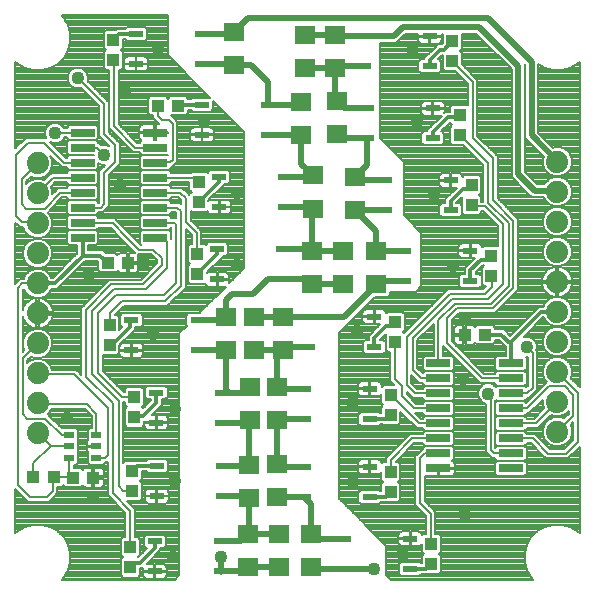
<source format=gtl>
G75*
G70*
%OFA0B0*%
%FSLAX24Y24*%
%IPPOS*%
%LPD*%
%AMOC8*
5,1,8,0,0,1.08239X$1,22.5*
%
%ADD10R,0.0800X0.0260*%
%ADD11R,0.0709X0.0630*%
%ADD12R,0.0512X0.0217*%
%ADD13R,0.0394X0.0433*%
%ADD14R,0.0433X0.0394*%
%ADD15R,0.0354X0.0236*%
%ADD16C,0.0740*%
%ADD17C,0.0080*%
%ADD18C,0.0436*%
%ADD19C,0.0120*%
%ADD20C,0.0200*%
D10*
X002860Y012022D03*
X002860Y012522D03*
X002860Y013022D03*
X002860Y013522D03*
X002860Y014022D03*
X002860Y014522D03*
X002860Y015022D03*
X002860Y015522D03*
X005280Y015522D03*
X005280Y015022D03*
X005280Y014522D03*
X005280Y014022D03*
X005280Y013522D03*
X005280Y013022D03*
X005280Y012522D03*
X005280Y012022D03*
X014720Y007830D03*
X014720Y007330D03*
X014720Y006830D03*
X014720Y006330D03*
X014720Y005830D03*
X014720Y005330D03*
X014720Y004830D03*
X014720Y004330D03*
X017140Y004330D03*
X017140Y004830D03*
X017140Y005330D03*
X017140Y005830D03*
X017140Y006330D03*
X017140Y006830D03*
X017140Y007330D03*
X017140Y007830D03*
D11*
X012630Y010479D03*
X012630Y011581D03*
X011548Y011580D03*
X010513Y011580D03*
X010513Y010478D03*
X011548Y010478D03*
X009530Y009381D03*
X008580Y009381D03*
X007654Y009368D03*
X007654Y008266D03*
X008580Y008279D03*
X009530Y008279D03*
X009330Y007031D03*
X008435Y007056D03*
X008435Y005954D03*
X009330Y005929D03*
X009330Y004481D03*
X008397Y004456D03*
X008397Y003354D03*
X009330Y003379D03*
X009422Y002144D03*
X010480Y002131D03*
X010480Y001029D03*
X009422Y001042D03*
X008387Y001042D03*
X008387Y002144D03*
X010529Y012990D03*
X010529Y014093D03*
X011930Y014031D03*
X011930Y012929D03*
X011330Y015479D03*
X011330Y016581D03*
X011280Y017679D03*
X010280Y017679D03*
X010280Y018781D03*
X011280Y018781D03*
X010157Y016555D03*
X010157Y015452D03*
X007907Y017758D03*
X007907Y018861D03*
D12*
X006844Y018810D03*
X006844Y017810D03*
X006839Y016450D03*
X006839Y015450D03*
X007411Y014041D03*
X007411Y013041D03*
X007346Y011629D03*
X007346Y010629D03*
X006691Y009267D03*
X006691Y008267D03*
X007522Y006855D03*
X007522Y005855D03*
X007537Y004405D03*
X007537Y003405D03*
X007475Y001893D03*
X007475Y000893D03*
X005270Y000893D03*
X005270Y001893D03*
X005332Y003405D03*
X005332Y004405D03*
X005317Y005855D03*
X005317Y006855D03*
X004486Y008267D03*
X004486Y009267D03*
X009551Y010629D03*
X009551Y011629D03*
X009616Y013041D03*
X009616Y014041D03*
X009044Y015450D03*
X009044Y016450D03*
X012328Y016330D03*
X012328Y015330D03*
X012928Y013930D03*
X012928Y012930D03*
X013578Y011580D03*
X013578Y010580D03*
X012583Y009380D03*
X012583Y008380D03*
X012433Y006980D03*
X012433Y005980D03*
X012433Y004380D03*
X012433Y003380D03*
X011578Y001980D03*
X011578Y000980D03*
X013783Y000980D03*
X013783Y001980D03*
X010228Y003380D03*
X010228Y004380D03*
X010228Y005980D03*
X010228Y006980D03*
X010378Y008380D03*
X010378Y009380D03*
X015133Y012930D03*
X015133Y013930D03*
X014533Y015330D03*
X014533Y016330D03*
X014433Y017730D03*
X014433Y018730D03*
X012228Y018730D03*
X012228Y017730D03*
X015783Y011580D03*
X015783Y010580D03*
X004639Y017810D03*
X004639Y018810D03*
D13*
X003880Y018615D03*
X003880Y017945D03*
X006740Y013878D03*
X006740Y013208D03*
X006680Y011465D03*
X006680Y010796D03*
X003765Y009103D03*
X003765Y008434D03*
X004587Y006694D03*
X004587Y006025D03*
X004523Y004244D03*
X004523Y003575D03*
X004446Y001695D03*
X004446Y001026D03*
X013130Y003545D03*
X013130Y004215D03*
X013130Y006095D03*
X013130Y006765D03*
X013280Y008545D03*
X013280Y009215D03*
X016480Y010745D03*
X016480Y011415D03*
X015830Y013095D03*
X015830Y013765D03*
X015430Y015445D03*
X015430Y016115D03*
X015180Y017895D03*
X015180Y018565D03*
X014480Y001815D03*
X014480Y001145D03*
D14*
X015595Y008780D03*
X016265Y008780D03*
X006039Y016409D03*
X005370Y016409D03*
X004365Y011180D03*
X003695Y011180D03*
X003215Y004020D03*
X002545Y004020D03*
X001892Y004034D03*
X001223Y004034D03*
D15*
X002419Y004689D03*
X002419Y005063D03*
X002419Y005437D03*
X003324Y005437D03*
X003324Y005063D03*
X003324Y004689D03*
D16*
X001361Y005495D03*
X001361Y006495D03*
X001361Y007495D03*
X001361Y008495D03*
X001361Y009495D03*
X001361Y010495D03*
X001361Y011495D03*
X001361Y012495D03*
X001361Y013495D03*
X001361Y014495D03*
X018684Y014550D03*
X018684Y013550D03*
X018684Y012550D03*
X018684Y011550D03*
X018684Y010550D03*
X018684Y009550D03*
X018684Y008550D03*
X018684Y007550D03*
X018684Y006550D03*
X018684Y005550D03*
D17*
X000620Y003634D02*
X000620Y002161D01*
X000692Y002233D01*
X000940Y002377D01*
X001218Y002451D01*
X001505Y002451D01*
X001782Y002377D01*
X002030Y002233D01*
X002233Y002030D01*
X002377Y001782D01*
X002451Y001505D01*
X002451Y001218D01*
X002377Y000940D01*
X002233Y000692D01*
X002161Y000620D01*
X005935Y000620D01*
X006086Y000771D01*
X006086Y008841D01*
X006334Y009090D01*
X006315Y009109D01*
X006315Y009425D01*
X006385Y009496D01*
X006740Y009496D01*
X007627Y010382D01*
X007620Y010381D01*
X007360Y010381D01*
X007360Y010615D01*
X007360Y010643D01*
X007742Y010643D01*
X007742Y010756D01*
X007732Y010792D01*
X007714Y010824D01*
X007688Y010850D01*
X007656Y010868D01*
X007620Y010878D01*
X007360Y010878D01*
X007360Y010643D01*
X007331Y010643D01*
X007331Y010878D01*
X007071Y010878D01*
X007036Y010868D01*
X007004Y010850D01*
X006997Y010843D01*
X006997Y010858D01*
X007526Y011387D01*
X007526Y011401D01*
X007651Y011401D01*
X007722Y011471D01*
X007722Y011787D01*
X007651Y011858D01*
X007040Y011858D01*
X006970Y011787D01*
X006970Y011759D01*
X006927Y011802D01*
X006820Y011802D01*
X006820Y012246D01*
X006726Y012340D01*
X006460Y012606D01*
X006460Y012905D01*
X006493Y012872D01*
X006986Y012872D01*
X007018Y012903D01*
X007025Y012879D01*
X007043Y012847D01*
X007069Y012821D01*
X007101Y012802D01*
X007137Y012793D01*
X007397Y012793D01*
X007397Y013027D01*
X007425Y013027D01*
X007425Y012793D01*
X007685Y012793D01*
X007721Y012802D01*
X007753Y012821D01*
X007779Y012847D01*
X007797Y012879D01*
X007807Y012914D01*
X007807Y013027D01*
X007425Y013027D01*
X007425Y013056D01*
X007397Y013056D01*
X007397Y013290D01*
X007137Y013290D01*
X007101Y013280D01*
X007069Y013262D01*
X007057Y013250D01*
X007057Y013271D01*
X007591Y013805D01*
X007591Y013813D01*
X007717Y013813D01*
X007787Y013883D01*
X007787Y014200D01*
X007717Y014270D01*
X007105Y014270D01*
X007035Y014200D01*
X007035Y014166D01*
X006986Y014214D01*
X006493Y014214D01*
X006461Y014182D01*
X005800Y014182D01*
X005800Y014202D01*
X005730Y014272D01*
X004830Y014272D01*
X004760Y014202D01*
X004760Y013842D01*
X004830Y013772D01*
X004760Y013702D01*
X004760Y013342D01*
X004830Y013272D01*
X004760Y013202D01*
X004760Y012842D01*
X004830Y012772D01*
X004760Y012702D01*
X004760Y012342D01*
X004830Y012272D01*
X004760Y012202D01*
X004760Y011842D01*
X004823Y011780D01*
X004806Y011780D01*
X004406Y012180D01*
X004020Y012566D01*
X004020Y012566D01*
X003926Y012660D01*
X003380Y012660D01*
X003380Y012702D01*
X003310Y012772D01*
X002410Y012772D01*
X003310Y012772D01*
X003380Y012842D01*
X003380Y012862D01*
X003528Y012862D01*
X003646Y012980D01*
X003740Y013074D01*
X003740Y014114D01*
X004006Y014380D01*
X004100Y014474D01*
X004100Y015166D01*
X003740Y015526D01*
X003740Y016526D01*
X003025Y017241D01*
X003038Y017273D01*
X003038Y017407D01*
X002986Y017531D01*
X002891Y017626D01*
X002767Y017678D01*
X002633Y017678D01*
X002509Y017626D01*
X002414Y017531D01*
X002362Y017407D01*
X002362Y017273D01*
X002414Y017149D01*
X002509Y017054D01*
X002633Y017002D01*
X002767Y017002D01*
X002799Y017015D01*
X003420Y016394D01*
X003420Y015394D01*
X003514Y015300D01*
X003730Y015083D01*
X003647Y015118D01*
X003513Y015118D01*
X003483Y015105D01*
X003456Y015132D01*
X003409Y015180D01*
X003380Y015180D01*
X003380Y015202D01*
X003310Y015272D01*
X002410Y015272D01*
X003310Y015272D01*
X003380Y015342D01*
X003380Y015702D01*
X003310Y015772D01*
X002410Y015772D01*
X002340Y015702D01*
X002340Y015682D01*
X002230Y015682D01*
X002226Y015691D01*
X002131Y015786D01*
X002007Y015838D01*
X001873Y015838D01*
X001749Y015786D01*
X001654Y015691D01*
X001602Y015567D01*
X001602Y015433D01*
X001641Y015340D01*
X000964Y015340D01*
X000620Y014996D01*
X000620Y017884D01*
X000692Y017812D01*
X000940Y017668D01*
X001218Y017594D01*
X001505Y017594D01*
X001782Y017668D01*
X002030Y017812D01*
X002233Y018015D01*
X002377Y018263D01*
X002451Y018540D01*
X002451Y018827D01*
X002377Y019105D01*
X002233Y019353D01*
X002161Y019425D01*
X005692Y019425D01*
X005692Y018093D01*
X007106Y016679D01*
X006533Y016679D01*
X006485Y016630D01*
X006376Y016630D01*
X006376Y016655D01*
X006306Y016726D01*
X005773Y016726D01*
X005705Y016657D01*
X005636Y016726D01*
X005104Y016726D01*
X005034Y016655D01*
X005034Y016162D01*
X005104Y016092D01*
X005210Y016092D01*
X005210Y016004D01*
X005340Y015874D01*
X005422Y015792D01*
X005305Y015792D01*
X005305Y015547D01*
X005255Y015547D01*
X005255Y015497D01*
X004740Y015497D01*
X004740Y015374D01*
X004750Y015338D01*
X004768Y015306D01*
X004794Y015280D01*
X004822Y015264D01*
X004760Y015202D01*
X004760Y015182D01*
X004684Y015182D01*
X004060Y015806D01*
X004060Y017609D01*
X004127Y017609D01*
X004197Y017679D01*
X004197Y018212D01*
X004128Y018280D01*
X004197Y018348D01*
X004197Y018630D01*
X004285Y018630D01*
X004333Y018581D01*
X004945Y018581D01*
X005015Y018651D01*
X005015Y018968D01*
X004945Y019038D01*
X004333Y019038D01*
X004285Y018990D01*
X004000Y018990D01*
X003962Y018951D01*
X003633Y018951D01*
X003563Y018881D01*
X003563Y018348D01*
X003632Y018280D01*
X003563Y018212D01*
X003563Y017679D01*
X003633Y017609D01*
X003740Y017609D01*
X003740Y015674D01*
X003834Y015580D01*
X004552Y014862D01*
X004760Y014862D01*
X004760Y014842D01*
X004830Y014772D01*
X005700Y014772D01*
X005700Y014772D01*
X004830Y014772D01*
X004760Y014702D01*
X004760Y014342D01*
X004830Y014272D01*
X005730Y014272D01*
X005800Y014342D01*
X005800Y014380D01*
X005846Y014380D01*
X005940Y014474D01*
X006020Y014554D01*
X006020Y015886D01*
X005926Y015980D01*
X005814Y016092D01*
X006306Y016092D01*
X006376Y016162D01*
X006376Y016270D01*
X006485Y016270D01*
X006533Y016222D01*
X007145Y016222D01*
X007215Y016292D01*
X007215Y016570D01*
X008251Y015534D01*
X008251Y011007D01*
X007740Y010496D01*
X007742Y010502D01*
X007742Y010615D01*
X007360Y010615D01*
X007331Y010615D01*
X007331Y010381D01*
X007071Y010381D01*
X007036Y010390D01*
X007004Y010409D01*
X006978Y010435D01*
X006959Y010467D01*
X006954Y010486D01*
X006927Y010460D01*
X006434Y010460D01*
X006364Y010530D01*
X006364Y011062D01*
X006432Y011131D01*
X006364Y011199D01*
X006364Y011732D01*
X006434Y011802D01*
X006500Y011802D01*
X006500Y012114D01*
X006300Y012314D01*
X006300Y010354D01*
X005780Y009834D01*
X005686Y009740D01*
X004246Y009740D01*
X003946Y009440D01*
X004012Y009440D01*
X004082Y009369D01*
X004082Y008936D01*
X004184Y009039D01*
X004180Y009039D01*
X004110Y009109D01*
X004110Y009425D01*
X004180Y009496D01*
X004792Y009496D01*
X004862Y009425D01*
X004862Y009109D01*
X004792Y009039D01*
X004610Y009039D01*
X004610Y008955D01*
X004505Y008850D01*
X004082Y008427D01*
X004082Y008168D01*
X004012Y008097D01*
X003540Y008097D01*
X003540Y007566D01*
X004246Y006860D01*
X004270Y006860D01*
X004270Y006960D01*
X004341Y007031D01*
X004834Y007031D01*
X004904Y006960D01*
X004904Y006428D01*
X004836Y006360D01*
X004870Y006325D01*
X005137Y006592D01*
X005137Y006626D01*
X005012Y006626D01*
X004941Y006697D01*
X004941Y007013D01*
X005012Y007083D01*
X005623Y007083D01*
X005693Y007013D01*
X005693Y006697D01*
X005623Y006626D01*
X005497Y006626D01*
X005497Y006443D01*
X005158Y006103D01*
X005303Y006103D01*
X005303Y005869D01*
X005303Y005841D01*
X004921Y005841D01*
X004921Y005728D01*
X004931Y005692D01*
X004949Y005660D01*
X004975Y005634D01*
X005007Y005616D01*
X005043Y005606D01*
X005303Y005606D01*
X005303Y005841D01*
X005332Y005841D01*
X005332Y005869D01*
X005713Y005869D01*
X005713Y005982D01*
X005704Y006017D01*
X005685Y006049D01*
X005659Y006075D01*
X005627Y006094D01*
X005592Y006103D01*
X005332Y006103D01*
X005332Y005869D01*
X005303Y005869D01*
X004921Y005869D01*
X004921Y005900D01*
X004904Y005900D01*
X004904Y005759D01*
X004834Y005688D01*
X004341Y005688D01*
X004270Y005759D01*
X004270Y006291D01*
X004339Y006360D01*
X004270Y006428D01*
X004270Y006540D01*
X004220Y006540D01*
X004220Y004524D01*
X004276Y004581D01*
X004605Y004581D01*
X004609Y004585D01*
X004978Y004585D01*
X005027Y004634D01*
X005638Y004634D01*
X005708Y004563D01*
X005708Y004247D01*
X005638Y004177D01*
X005027Y004177D01*
X004978Y004225D01*
X004840Y004225D01*
X004840Y003978D01*
X004771Y003910D01*
X004840Y003841D01*
X004840Y003309D01*
X004769Y003238D01*
X004348Y003238D01*
X004606Y002980D01*
X004606Y002031D01*
X004693Y002031D01*
X004763Y001961D01*
X004763Y001429D01*
X004695Y001360D01*
X004695Y001360D01*
X004705Y001360D01*
X005010Y001664D01*
X004964Y001664D01*
X004894Y001735D01*
X004894Y002051D01*
X004964Y002121D01*
X005575Y002121D01*
X005646Y002051D01*
X005646Y001735D01*
X005575Y001664D01*
X005450Y001664D01*
X005450Y001595D01*
X004996Y001141D01*
X005255Y001141D01*
X005255Y000907D01*
X005255Y000879D01*
X004874Y000879D01*
X004874Y000766D01*
X004883Y000730D01*
X004902Y000699D01*
X004928Y000672D01*
X004960Y000654D01*
X004995Y000644D01*
X005255Y000644D01*
X005255Y000879D01*
X005284Y000879D01*
X005284Y000907D01*
X005666Y000907D01*
X005666Y001020D01*
X005656Y001056D01*
X005638Y001087D01*
X005612Y001114D01*
X005580Y001132D01*
X005544Y001141D01*
X005284Y001141D01*
X005284Y000907D01*
X005255Y000907D01*
X004874Y000907D01*
X004874Y001019D01*
X004855Y001000D01*
X004763Y001000D01*
X004763Y000759D01*
X004693Y000689D01*
X004200Y000689D01*
X004129Y000759D01*
X004129Y001292D01*
X004198Y001360D01*
X004129Y001429D01*
X004129Y001961D01*
X004200Y002031D01*
X004286Y002031D01*
X004286Y002848D01*
X003794Y003340D01*
X003700Y003434D01*
X003700Y004554D01*
X003675Y004529D01*
X003622Y004529D01*
X003622Y004521D01*
X003551Y004451D01*
X003098Y004451D01*
X003027Y004521D01*
X003027Y004857D01*
X003033Y004862D01*
X003017Y004891D01*
X003007Y004926D01*
X003007Y005044D01*
X003305Y005044D01*
X003305Y005082D01*
X003007Y005082D01*
X003007Y005199D01*
X003017Y005235D01*
X003033Y005263D01*
X003027Y005269D01*
X003027Y005605D01*
X003098Y005675D01*
X003164Y005675D01*
X002161Y005675D01*
X002177Y005660D02*
X001780Y006056D01*
X001698Y006139D01*
X001777Y006217D01*
X001811Y006300D01*
X002954Y006300D01*
X003164Y006089D01*
X003164Y005675D01*
X003164Y005754D02*
X002083Y005754D01*
X002004Y005832D02*
X003164Y005832D01*
X003164Y005911D02*
X001926Y005911D01*
X001847Y005989D02*
X003164Y005989D01*
X003164Y006068D02*
X001769Y006068D01*
X001705Y006146D02*
X003108Y006146D01*
X003029Y006225D02*
X001779Y006225D01*
X001620Y005990D02*
X001000Y005990D01*
X000860Y006130D01*
X000860Y007994D01*
X001361Y008495D01*
X000871Y008501D02*
X000860Y008501D01*
X000860Y008423D02*
X000871Y008423D01*
X000871Y008397D02*
X000871Y008592D01*
X000946Y008773D01*
X001084Y008910D01*
X001264Y008985D01*
X001459Y008985D01*
X001639Y008910D01*
X001777Y008773D01*
X001851Y008592D01*
X001851Y008397D01*
X001777Y008217D01*
X001639Y008080D01*
X001459Y008005D01*
X001264Y008005D01*
X001146Y008054D01*
X001020Y007928D01*
X001020Y007847D01*
X001084Y007910D01*
X001264Y007985D01*
X001459Y007985D01*
X001639Y007910D01*
X001777Y007773D01*
X001840Y007620D01*
X002646Y007620D01*
X002740Y007526D01*
X002740Y007526D01*
X002820Y007446D01*
X002820Y009686D01*
X003660Y010526D01*
X003754Y010620D01*
X004794Y010620D01*
X005340Y011166D01*
X005340Y011274D01*
X005154Y011460D01*
X004695Y011460D01*
X004712Y011431D01*
X004721Y011395D01*
X004721Y011220D01*
X004405Y011220D01*
X004405Y011140D01*
X004721Y011140D01*
X004721Y010965D01*
X004712Y010929D01*
X004693Y010897D01*
X004667Y010871D01*
X004635Y010853D01*
X004600Y010843D01*
X004405Y010843D01*
X004405Y011140D01*
X004325Y011140D01*
X004325Y010843D01*
X004130Y010843D01*
X004094Y010853D01*
X004062Y010871D01*
X004036Y010897D01*
X004021Y010923D01*
X003962Y010863D01*
X003429Y010863D01*
X003359Y010933D01*
X003359Y011240D01*
X002935Y011240D01*
X002010Y010315D01*
X001817Y010315D01*
X001777Y010217D01*
X001639Y010080D01*
X001459Y010005D01*
X001264Y010005D01*
X001084Y010080D01*
X000946Y010217D01*
X000904Y010318D01*
X000860Y010274D01*
X000860Y009591D01*
X000864Y009614D01*
X000888Y009691D01*
X000925Y009762D01*
X000972Y009827D01*
X001029Y009884D01*
X001094Y009931D01*
X001165Y009968D01*
X001242Y009992D01*
X001321Y010005D01*
X001321Y010005D01*
X001321Y009535D01*
X001401Y009535D01*
X001401Y010005D01*
X001401Y010005D01*
X001481Y009992D01*
X001557Y009968D01*
X001628Y009931D01*
X001693Y009884D01*
X001750Y009827D01*
X001797Y009762D01*
X001834Y009691D01*
X001859Y009614D01*
X001871Y009535D01*
X001871Y009535D01*
X001401Y009535D01*
X001401Y009455D01*
X001401Y008985D01*
X001401Y008985D01*
X001481Y008998D01*
X001557Y009022D01*
X001628Y009059D01*
X001693Y009106D01*
X001750Y009163D01*
X001797Y009228D01*
X001834Y009299D01*
X001859Y009376D01*
X001871Y009455D01*
X001401Y009455D01*
X001321Y009455D01*
X001321Y008985D01*
X001321Y008985D01*
X001242Y008998D01*
X001165Y009022D01*
X001094Y009059D01*
X001029Y009106D01*
X000972Y009163D01*
X000925Y009228D01*
X000888Y009299D01*
X000864Y009376D01*
X000860Y009399D01*
X000860Y008220D01*
X000920Y008280D01*
X000871Y008397D01*
X000860Y008344D02*
X000893Y008344D01*
X000905Y008266D02*
X000860Y008266D01*
X000860Y008580D02*
X000871Y008580D01*
X000860Y008658D02*
X000898Y008658D01*
X000931Y008737D02*
X000860Y008737D01*
X000860Y008815D02*
X000988Y008815D01*
X001067Y008894D02*
X000860Y008894D01*
X000860Y008972D02*
X001232Y008972D01*
X001321Y009051D02*
X001401Y009051D01*
X001401Y009129D02*
X001321Y009129D01*
X001321Y009208D02*
X001401Y009208D01*
X001401Y009286D02*
X001321Y009286D01*
X001321Y009365D02*
X001401Y009365D01*
X001401Y009443D02*
X001321Y009443D01*
X001401Y009522D02*
X002820Y009522D01*
X002820Y009600D02*
X001861Y009600D01*
X001838Y009679D02*
X002820Y009679D01*
X002891Y009757D02*
X001800Y009757D01*
X001742Y009836D02*
X002969Y009836D01*
X003048Y009914D02*
X001652Y009914D01*
X001618Y010071D02*
X003205Y010071D01*
X003283Y010150D02*
X001709Y010150D01*
X001781Y010228D02*
X003362Y010228D01*
X003440Y010307D02*
X001813Y010307D01*
X001935Y010495D02*
X000855Y010495D01*
X000700Y010340D01*
X000700Y003780D01*
X001100Y003380D01*
X001660Y003380D01*
X001860Y003580D01*
X001860Y004002D01*
X001892Y004034D01*
X002532Y004034D01*
X002545Y004020D01*
X002419Y004146D01*
X002419Y004689D01*
X002579Y004451D02*
X002646Y004451D01*
X002716Y004521D01*
X002716Y004857D01*
X002697Y004876D01*
X002716Y004895D01*
X002716Y005231D01*
X002697Y005250D01*
X002716Y005269D01*
X002716Y005605D01*
X002646Y005675D01*
X002192Y005675D01*
X002177Y005660D01*
X002173Y005437D02*
X001620Y005990D01*
X001361Y005495D02*
X001793Y005063D01*
X001223Y004492D01*
X001223Y004034D01*
X000698Y003556D02*
X000620Y003556D01*
X000620Y003634D02*
X000940Y003314D01*
X001034Y003220D01*
X001726Y003220D01*
X001926Y003420D01*
X002020Y003514D01*
X002020Y003717D01*
X002158Y003717D01*
X002212Y003771D01*
X002279Y003703D01*
X002812Y003703D01*
X002871Y003763D01*
X002886Y003737D01*
X002912Y003711D01*
X002944Y003693D01*
X002980Y003683D01*
X003175Y003683D01*
X003175Y003980D01*
X003255Y003980D01*
X003255Y004060D01*
X003571Y004060D01*
X003571Y004235D01*
X003562Y004271D01*
X003543Y004303D01*
X003517Y004329D01*
X003485Y004347D01*
X003450Y004357D01*
X003255Y004357D01*
X003255Y004060D01*
X003175Y004060D01*
X003175Y004357D01*
X002980Y004357D01*
X002944Y004347D01*
X002912Y004329D01*
X002886Y004303D01*
X002871Y004277D01*
X002812Y004337D01*
X002579Y004337D01*
X002579Y004451D01*
X002579Y004419D02*
X003700Y004419D01*
X003700Y004341D02*
X003497Y004341D01*
X003564Y004262D02*
X003700Y004262D01*
X003700Y004184D02*
X003571Y004184D01*
X003571Y004105D02*
X003700Y004105D01*
X003700Y004027D02*
X003255Y004027D01*
X003255Y003980D02*
X003571Y003980D01*
X003571Y003805D01*
X003562Y003769D01*
X003543Y003737D01*
X003517Y003711D01*
X003485Y003693D01*
X003450Y003683D01*
X003255Y003683D01*
X003255Y003980D01*
X003255Y003948D02*
X003175Y003948D01*
X003175Y003870D02*
X003255Y003870D01*
X003255Y003791D02*
X003175Y003791D01*
X003175Y003713D02*
X003255Y003713D01*
X003519Y003713D02*
X003700Y003713D01*
X003700Y003791D02*
X003568Y003791D01*
X003571Y003870D02*
X003700Y003870D01*
X003700Y003948D02*
X003571Y003948D01*
X003700Y003634D02*
X002020Y003634D01*
X002020Y003556D02*
X003700Y003556D01*
X003700Y003477D02*
X001983Y003477D01*
X001905Y003399D02*
X003735Y003399D01*
X003814Y003320D02*
X001826Y003320D01*
X001748Y003242D02*
X003892Y003242D01*
X003971Y003163D02*
X000620Y003163D01*
X000620Y003085D02*
X004049Y003085D01*
X004128Y003006D02*
X000620Y003006D01*
X000620Y002928D02*
X004206Y002928D01*
X004285Y002849D02*
X000620Y002849D01*
X000620Y002771D02*
X004286Y002771D01*
X004286Y002692D02*
X000620Y002692D01*
X000620Y002614D02*
X004286Y002614D01*
X004286Y002535D02*
X000620Y002535D01*
X000620Y002457D02*
X004286Y002457D01*
X004286Y002378D02*
X001777Y002378D01*
X001916Y002300D02*
X004286Y002300D01*
X004286Y002221D02*
X002043Y002221D01*
X002121Y002143D02*
X004286Y002143D01*
X004286Y002064D02*
X002200Y002064D01*
X002259Y001986D02*
X004154Y001986D01*
X004129Y001907D02*
X002305Y001907D01*
X002350Y001829D02*
X004129Y001829D01*
X004129Y001750D02*
X002385Y001750D01*
X002406Y001672D02*
X004129Y001672D01*
X004129Y001593D02*
X002427Y001593D01*
X002448Y001515D02*
X004129Y001515D01*
X004129Y001436D02*
X002451Y001436D01*
X002451Y001358D02*
X004195Y001358D01*
X004129Y001279D02*
X002451Y001279D01*
X002447Y001201D02*
X004129Y001201D01*
X004129Y001122D02*
X002425Y001122D01*
X002404Y001044D02*
X004129Y001044D01*
X004129Y000965D02*
X002383Y000965D01*
X002346Y000887D02*
X004129Y000887D01*
X004129Y000808D02*
X002300Y000808D01*
X002255Y000730D02*
X004159Y000730D01*
X004733Y000730D02*
X004884Y000730D01*
X004874Y000808D02*
X004763Y000808D01*
X004763Y000887D02*
X005255Y000887D01*
X005284Y000887D02*
X006086Y000887D01*
X006086Y000965D02*
X005666Y000965D01*
X005659Y001044D02*
X006086Y001044D01*
X006086Y001122D02*
X005597Y001122D01*
X005666Y000879D02*
X005284Y000879D01*
X005284Y000644D01*
X005544Y000644D01*
X005580Y000654D01*
X005612Y000672D01*
X005638Y000699D01*
X005656Y000730D01*
X005666Y000766D01*
X005666Y000879D01*
X005666Y000808D02*
X006086Y000808D01*
X006044Y000730D02*
X005656Y000730D01*
X005568Y000651D02*
X005966Y000651D01*
X006086Y001201D02*
X005055Y001201D01*
X005134Y001279D02*
X006086Y001279D01*
X006086Y001358D02*
X005212Y001358D01*
X005291Y001436D02*
X006086Y001436D01*
X006086Y001515D02*
X005369Y001515D01*
X005448Y001593D02*
X006086Y001593D01*
X006086Y001672D02*
X005582Y001672D01*
X005646Y001750D02*
X006086Y001750D01*
X006086Y001829D02*
X005646Y001829D01*
X005646Y001907D02*
X006086Y001907D01*
X006086Y001986D02*
X005646Y001986D01*
X005633Y002064D02*
X006086Y002064D01*
X006086Y002143D02*
X004606Y002143D01*
X004606Y002221D02*
X006086Y002221D01*
X006086Y002300D02*
X004606Y002300D01*
X004606Y002378D02*
X006086Y002378D01*
X006086Y002457D02*
X004606Y002457D01*
X004606Y002535D02*
X006086Y002535D01*
X006086Y002614D02*
X004606Y002614D01*
X004606Y002692D02*
X006086Y002692D01*
X006086Y002771D02*
X004606Y002771D01*
X004606Y002849D02*
X006086Y002849D01*
X006086Y002928D02*
X004606Y002928D01*
X004580Y003006D02*
X006086Y003006D01*
X006086Y003085D02*
X004502Y003085D01*
X004423Y003163D02*
X005034Y003163D01*
X005022Y003166D02*
X005058Y003157D01*
X005318Y003157D01*
X005318Y003391D01*
X004936Y003391D01*
X004936Y003278D01*
X004946Y003243D01*
X004964Y003211D01*
X004990Y003185D01*
X005022Y003166D01*
X004946Y003242D02*
X004773Y003242D01*
X004840Y003320D02*
X004936Y003320D01*
X004936Y003419D02*
X004936Y003532D01*
X004946Y003568D01*
X004964Y003600D01*
X004990Y003626D01*
X005022Y003644D01*
X005058Y003654D01*
X005318Y003654D01*
X005318Y003419D01*
X005318Y003391D01*
X005346Y003391D01*
X005346Y003157D01*
X005607Y003157D01*
X005642Y003166D01*
X005674Y003185D01*
X005700Y003211D01*
X005719Y003243D01*
X005728Y003278D01*
X005728Y003391D01*
X005346Y003391D01*
X005346Y003419D01*
X005318Y003419D01*
X004936Y003419D01*
X004936Y003477D02*
X004840Y003477D01*
X004840Y003399D02*
X005318Y003399D01*
X005346Y003399D02*
X006086Y003399D01*
X006086Y003477D02*
X005728Y003477D01*
X005728Y003532D02*
X005719Y003568D01*
X005700Y003600D01*
X005674Y003626D01*
X005642Y003644D01*
X005607Y003654D01*
X005346Y003654D01*
X005346Y003419D01*
X005728Y003419D01*
X005728Y003532D01*
X005722Y003556D02*
X006086Y003556D01*
X006086Y003634D02*
X005660Y003634D01*
X005346Y003634D02*
X005318Y003634D01*
X005318Y003556D02*
X005346Y003556D01*
X005346Y003477D02*
X005318Y003477D01*
X005318Y003320D02*
X005346Y003320D01*
X005346Y003242D02*
X005318Y003242D01*
X005318Y003163D02*
X005346Y003163D01*
X005630Y003163D02*
X006086Y003163D01*
X006086Y003242D02*
X005718Y003242D01*
X005728Y003320D02*
X006086Y003320D01*
X006086Y003713D02*
X004840Y003713D01*
X004840Y003791D02*
X006086Y003791D01*
X006086Y003870D02*
X004811Y003870D01*
X004810Y003948D02*
X006086Y003948D01*
X006086Y004027D02*
X004840Y004027D01*
X004840Y004105D02*
X006086Y004105D01*
X006086Y004184D02*
X005645Y004184D01*
X005708Y004262D02*
X006086Y004262D01*
X006086Y004341D02*
X005708Y004341D01*
X005708Y004419D02*
X006086Y004419D01*
X006086Y004498D02*
X005708Y004498D01*
X005696Y004576D02*
X006086Y004576D01*
X006086Y004655D02*
X004220Y004655D01*
X004220Y004733D02*
X006086Y004733D01*
X006086Y004812D02*
X004220Y004812D01*
X004220Y004890D02*
X006086Y004890D01*
X006086Y004969D02*
X004220Y004969D01*
X004220Y005047D02*
X006086Y005047D01*
X006086Y005126D02*
X004220Y005126D01*
X004220Y005204D02*
X006086Y005204D01*
X006086Y005283D02*
X004220Y005283D01*
X004220Y005361D02*
X006086Y005361D01*
X006086Y005440D02*
X004220Y005440D01*
X004220Y005518D02*
X006086Y005518D01*
X006086Y005597D02*
X004220Y005597D01*
X004220Y005675D02*
X004941Y005675D01*
X004921Y005754D02*
X004899Y005754D01*
X004904Y005832D02*
X004921Y005832D01*
X005201Y006146D02*
X006086Y006146D01*
X006086Y006068D02*
X005667Y006068D01*
X005711Y005989D02*
X006086Y005989D01*
X006086Y005911D02*
X005713Y005911D01*
X005713Y005841D02*
X005332Y005841D01*
X005332Y005606D01*
X005592Y005606D01*
X005627Y005616D01*
X005659Y005634D01*
X005685Y005660D01*
X005704Y005692D01*
X005713Y005728D01*
X005713Y005841D01*
X005713Y005832D02*
X006086Y005832D01*
X006086Y005754D02*
X005713Y005754D01*
X005694Y005675D02*
X006086Y005675D01*
X006086Y006225D02*
X005279Y006225D01*
X005358Y006303D02*
X006086Y006303D01*
X006086Y006382D02*
X005436Y006382D01*
X005497Y006460D02*
X006086Y006460D01*
X006086Y006539D02*
X005497Y006539D01*
X005497Y006617D02*
X006086Y006617D01*
X006086Y006696D02*
X005692Y006696D01*
X005693Y006774D02*
X006086Y006774D01*
X006086Y006853D02*
X005693Y006853D01*
X005693Y006931D02*
X006086Y006931D01*
X006086Y007010D02*
X005693Y007010D01*
X006086Y007088D02*
X004018Y007088D01*
X003940Y007167D02*
X006086Y007167D01*
X006086Y007245D02*
X003861Y007245D01*
X003783Y007324D02*
X006086Y007324D01*
X006086Y007402D02*
X003704Y007402D01*
X003626Y007481D02*
X006086Y007481D01*
X006086Y007559D02*
X003547Y007559D01*
X003540Y007638D02*
X006086Y007638D01*
X006086Y007716D02*
X003540Y007716D01*
X003540Y007795D02*
X006086Y007795D01*
X006086Y007873D02*
X003540Y007873D01*
X003540Y007952D02*
X006086Y007952D01*
X006086Y008030D02*
X004800Y008030D01*
X004796Y008028D02*
X004828Y008046D01*
X004854Y008073D01*
X004873Y008104D01*
X004882Y008140D01*
X004882Y008253D01*
X004500Y008253D01*
X004500Y008019D01*
X004761Y008019D01*
X004796Y008028D01*
X004874Y008109D02*
X006086Y008109D01*
X006086Y008187D02*
X004882Y008187D01*
X004882Y008281D02*
X004882Y008394D01*
X004873Y008430D01*
X004854Y008461D01*
X004828Y008488D01*
X004796Y008506D01*
X004761Y008516D01*
X004500Y008516D01*
X004500Y008281D01*
X004472Y008281D01*
X004472Y008253D01*
X004090Y008253D01*
X004090Y008140D01*
X004100Y008104D01*
X004118Y008073D01*
X004144Y008046D01*
X004176Y008028D01*
X004212Y008019D01*
X004472Y008019D01*
X004472Y008253D01*
X004500Y008253D01*
X004500Y008281D01*
X004882Y008281D01*
X004882Y008344D02*
X006086Y008344D01*
X006086Y008266D02*
X004500Y008266D01*
X004472Y008266D02*
X004082Y008266D01*
X004090Y008281D02*
X004090Y008394D01*
X004100Y008430D01*
X004118Y008461D01*
X004144Y008488D01*
X004176Y008506D01*
X004212Y008516D01*
X004472Y008516D01*
X004472Y008281D01*
X004090Y008281D01*
X004082Y008344D02*
X004090Y008344D01*
X004082Y008423D02*
X004098Y008423D01*
X004156Y008501D02*
X004168Y008501D01*
X004234Y008580D02*
X006086Y008580D01*
X006086Y008658D02*
X004313Y008658D01*
X004391Y008737D02*
X006086Y008737D01*
X006086Y008815D02*
X004470Y008815D01*
X004548Y008894D02*
X006138Y008894D01*
X006216Y008972D02*
X004610Y008972D01*
X004804Y009051D02*
X006295Y009051D01*
X006315Y009129D02*
X004862Y009129D01*
X004862Y009208D02*
X006315Y009208D01*
X006315Y009286D02*
X004862Y009286D01*
X004862Y009365D02*
X006315Y009365D01*
X006333Y009443D02*
X004844Y009443D01*
X005580Y010100D02*
X003980Y010100D01*
X003380Y009500D01*
X003380Y007500D01*
X004180Y006700D01*
X004581Y006700D01*
X004587Y006694D01*
X004270Y006539D02*
X004220Y006539D01*
X004220Y006460D02*
X004270Y006460D01*
X004317Y006382D02*
X004220Y006382D01*
X004220Y006303D02*
X004282Y006303D01*
X004270Y006225D02*
X004220Y006225D01*
X004220Y006146D02*
X004270Y006146D01*
X004270Y006068D02*
X004220Y006068D01*
X004220Y005989D02*
X004270Y005989D01*
X004270Y005911D02*
X004220Y005911D01*
X004220Y005832D02*
X004270Y005832D01*
X004275Y005754D02*
X004220Y005754D01*
X003700Y006340D02*
X002580Y007460D01*
X001396Y007460D01*
X001361Y007495D01*
X001183Y007952D02*
X001044Y007952D01*
X001046Y007873D02*
X001020Y007873D01*
X001122Y008030D02*
X001203Y008030D01*
X001519Y008030D02*
X002820Y008030D01*
X002820Y007952D02*
X001539Y007952D01*
X001676Y007873D02*
X002820Y007873D01*
X002820Y007795D02*
X001755Y007795D01*
X001800Y007716D02*
X002820Y007716D01*
X002820Y007638D02*
X001832Y007638D01*
X001668Y008109D02*
X002820Y008109D01*
X002820Y008187D02*
X001746Y008187D01*
X001796Y008266D02*
X002820Y008266D01*
X002820Y008344D02*
X001829Y008344D01*
X001851Y008423D02*
X002820Y008423D01*
X002820Y008501D02*
X001851Y008501D01*
X001851Y008580D02*
X002820Y008580D01*
X002820Y008658D02*
X001824Y008658D01*
X001791Y008737D02*
X002820Y008737D01*
X002820Y008815D02*
X001734Y008815D01*
X001655Y008894D02*
X002820Y008894D01*
X002820Y008972D02*
X001490Y008972D01*
X001612Y009051D02*
X002820Y009051D01*
X002820Y009129D02*
X001716Y009129D01*
X001783Y009208D02*
X002820Y009208D01*
X002820Y009286D02*
X001827Y009286D01*
X001855Y009365D02*
X002820Y009365D01*
X002820Y009443D02*
X001869Y009443D01*
X001871Y009455D02*
X001871Y009455D01*
X001480Y009993D02*
X003126Y009993D01*
X002980Y009620D02*
X003820Y010460D01*
X004860Y010460D01*
X005500Y011100D01*
X005500Y011340D01*
X005220Y011620D01*
X004740Y011620D01*
X004340Y012020D01*
X003860Y012500D01*
X002882Y012500D01*
X002860Y012522D01*
X002860Y013022D02*
X003462Y013022D01*
X003580Y013140D01*
X003580Y014180D01*
X003940Y014540D01*
X003940Y015100D01*
X003580Y015460D01*
X003580Y016460D01*
X002700Y017340D01*
X002911Y017607D02*
X003740Y017607D01*
X003740Y017529D02*
X002988Y017529D01*
X003020Y017450D02*
X003740Y017450D01*
X003740Y017372D02*
X003038Y017372D01*
X003038Y017293D02*
X003740Y017293D01*
X003740Y017215D02*
X003052Y017215D01*
X003130Y017136D02*
X003740Y017136D01*
X003740Y017058D02*
X003209Y017058D01*
X003287Y016979D02*
X003740Y016979D01*
X003740Y016901D02*
X003366Y016901D01*
X003444Y016822D02*
X003740Y016822D01*
X003740Y016744D02*
X003523Y016744D01*
X003601Y016665D02*
X003740Y016665D01*
X003740Y016587D02*
X003680Y016587D01*
X003740Y016508D02*
X003740Y016508D01*
X003740Y016430D02*
X003740Y016430D01*
X003740Y016351D02*
X003740Y016351D01*
X003740Y016273D02*
X003740Y016273D01*
X003740Y016194D02*
X003740Y016194D01*
X003740Y016116D02*
X003740Y016116D01*
X003740Y016037D02*
X003740Y016037D01*
X003740Y015959D02*
X003740Y015959D01*
X003740Y015880D02*
X003740Y015880D01*
X003740Y015802D02*
X003740Y015802D01*
X003740Y015723D02*
X003740Y015723D01*
X003740Y015645D02*
X003769Y015645D01*
X003740Y015566D02*
X003848Y015566D01*
X003779Y015488D02*
X003926Y015488D01*
X003857Y015409D02*
X004005Y015409D01*
X003936Y015331D02*
X004083Y015331D01*
X004014Y015252D02*
X004162Y015252D01*
X004093Y015174D02*
X004240Y015174D01*
X004319Y015095D02*
X004100Y015095D01*
X004100Y015017D02*
X004397Y015017D01*
X004476Y014938D02*
X004100Y014938D01*
X004100Y014860D02*
X004760Y014860D01*
X004822Y014781D02*
X004100Y014781D01*
X004100Y014703D02*
X004761Y014703D01*
X004760Y014624D02*
X004100Y014624D01*
X004100Y014546D02*
X004760Y014546D01*
X004760Y014467D02*
X004093Y014467D01*
X004015Y014389D02*
X004760Y014389D01*
X004793Y014310D02*
X003936Y014310D01*
X003858Y014232D02*
X004790Y014232D01*
X004760Y014153D02*
X003779Y014153D01*
X003740Y014075D02*
X004760Y014075D01*
X004760Y013996D02*
X003740Y013996D01*
X003740Y013918D02*
X004760Y013918D01*
X004764Y013839D02*
X003740Y013839D01*
X003740Y013761D02*
X004819Y013761D01*
X004830Y013772D02*
X005730Y013772D01*
X005800Y013702D01*
X005800Y013682D01*
X006184Y013682D01*
X006366Y013500D01*
X006423Y013443D01*
X006423Y013475D01*
X006491Y013543D01*
X006423Y013611D01*
X006423Y013862D01*
X005800Y013862D01*
X005800Y013842D01*
X005730Y013772D01*
X004830Y013772D01*
X004760Y013682D02*
X003740Y013682D01*
X003740Y013604D02*
X004760Y013604D01*
X004760Y013525D02*
X003740Y013525D01*
X003740Y013447D02*
X004760Y013447D01*
X004760Y013368D02*
X003740Y013368D01*
X003740Y013290D02*
X004813Y013290D01*
X004830Y013272D02*
X005730Y013272D01*
X004830Y013272D01*
X004769Y013211D02*
X003740Y013211D01*
X003740Y013133D02*
X004760Y013133D01*
X004760Y013054D02*
X003720Y013054D01*
X003642Y012976D02*
X004760Y012976D01*
X004760Y012897D02*
X003563Y012897D01*
X003356Y012819D02*
X004784Y012819D01*
X004830Y012772D02*
X005730Y012772D01*
X005800Y012702D01*
X005800Y012682D01*
X005980Y012682D01*
X005980Y012834D01*
X005952Y012862D01*
X005800Y012862D01*
X005800Y012842D01*
X005730Y012772D01*
X004830Y012772D01*
X004798Y012740D02*
X003342Y012740D01*
X003380Y012662D02*
X004760Y012662D01*
X004760Y012583D02*
X004003Y012583D01*
X004082Y012505D02*
X004760Y012505D01*
X004760Y012426D02*
X004160Y012426D01*
X004239Y012348D02*
X004760Y012348D01*
X004830Y012272D02*
X005730Y012272D01*
X005800Y012202D01*
X005800Y011986D01*
X005820Y011966D01*
X005820Y012362D01*
X005800Y012362D01*
X005800Y012342D01*
X005730Y012272D01*
X004830Y012272D01*
X004827Y012269D02*
X004317Y012269D01*
X004396Y012191D02*
X004760Y012191D01*
X004760Y012112D02*
X004474Y012112D01*
X004406Y012180D02*
X004406Y012180D01*
X004553Y012034D02*
X004760Y012034D01*
X004760Y011955D02*
X004631Y011955D01*
X004710Y011877D02*
X004760Y011877D01*
X004788Y011798D02*
X004805Y011798D01*
X004571Y011563D02*
X003567Y011563D01*
X003530Y011600D02*
X003040Y011600D01*
X003040Y011772D01*
X003310Y011772D01*
X003380Y011842D01*
X003380Y012202D01*
X003310Y012272D01*
X002410Y012272D01*
X002340Y012202D01*
X002340Y011842D01*
X002410Y011772D01*
X002680Y011772D01*
X002680Y011495D01*
X001860Y010675D01*
X001817Y010675D01*
X001777Y010773D01*
X001639Y010910D01*
X001459Y010985D01*
X001264Y010985D01*
X001084Y010910D01*
X000946Y010773D01*
X000897Y010655D01*
X000789Y010655D01*
X000634Y010500D01*
X000620Y010486D01*
X000620Y012514D01*
X000670Y012464D01*
X000764Y012370D01*
X000882Y012370D01*
X000946Y012217D01*
X001084Y012080D01*
X001264Y012005D01*
X001459Y012005D01*
X001639Y012080D01*
X001777Y012217D01*
X001851Y012397D01*
X001851Y012592D01*
X001777Y012773D01*
X001693Y012856D01*
X001714Y012877D01*
X001760Y012924D01*
X001760Y012925D01*
X002189Y013362D01*
X002340Y013362D01*
X002340Y013342D01*
X002410Y013272D01*
X002340Y013202D01*
X002340Y012842D01*
X002410Y012772D01*
X002340Y012702D01*
X002340Y012342D01*
X002410Y012272D01*
X003310Y012272D01*
X003378Y012340D01*
X003794Y012340D01*
X004180Y011954D01*
X004180Y011954D01*
X004580Y011554D01*
X004623Y011511D01*
X004600Y011517D01*
X004405Y011517D01*
X004405Y011220D01*
X004325Y011220D01*
X004325Y011517D01*
X004130Y011517D01*
X004094Y011507D01*
X004062Y011489D01*
X004036Y011463D01*
X004021Y011437D01*
X003962Y011497D01*
X003633Y011497D01*
X003530Y011600D01*
X003336Y011798D02*
X004336Y011798D01*
X004414Y011720D02*
X003040Y011720D01*
X003040Y011641D02*
X004493Y011641D01*
X004405Y011484D02*
X004325Y011484D01*
X004325Y011406D02*
X004405Y011406D01*
X004405Y011327D02*
X004325Y011327D01*
X004325Y011249D02*
X004405Y011249D01*
X004405Y011170D02*
X005340Y011170D01*
X005340Y011249D02*
X004721Y011249D01*
X004721Y011327D02*
X005287Y011327D01*
X005208Y011406D02*
X004718Y011406D01*
X004721Y011092D02*
X005265Y011092D01*
X005187Y011013D02*
X004721Y011013D01*
X004713Y010935D02*
X005108Y010935D01*
X005030Y010856D02*
X004641Y010856D01*
X004873Y010699D02*
X002394Y010699D01*
X002472Y010778D02*
X004951Y010778D01*
X004794Y010621D02*
X002315Y010621D01*
X002237Y010542D02*
X003676Y010542D01*
X003597Y010464D02*
X002158Y010464D01*
X002080Y010385D02*
X003519Y010385D01*
X003900Y010300D02*
X003180Y009580D01*
X003180Y007460D01*
X004060Y006580D01*
X004060Y003740D01*
X004220Y003580D01*
X004518Y003580D01*
X004523Y003575D01*
X004840Y003556D02*
X004942Y003556D01*
X005005Y003634D02*
X004840Y003634D01*
X004840Y004184D02*
X005020Y004184D01*
X004272Y004576D02*
X004220Y004576D01*
X003700Y004498D02*
X003598Y004498D01*
X003609Y004689D02*
X003324Y004689D01*
X003027Y004655D02*
X002716Y004655D01*
X002716Y004733D02*
X003027Y004733D01*
X003027Y004812D02*
X002716Y004812D01*
X002711Y004890D02*
X003017Y004890D01*
X003007Y004969D02*
X002716Y004969D01*
X002716Y005047D02*
X003305Y005047D01*
X003007Y005126D02*
X002716Y005126D01*
X002716Y005204D02*
X003009Y005204D01*
X003027Y005283D02*
X002716Y005283D01*
X002716Y005361D02*
X003027Y005361D01*
X003027Y005440D02*
X002716Y005440D01*
X002716Y005518D02*
X003027Y005518D01*
X003027Y005597D02*
X002716Y005597D01*
X002419Y005437D02*
X002173Y005437D01*
X002419Y005063D02*
X001793Y005063D01*
X002579Y004341D02*
X002932Y004341D01*
X003051Y004498D02*
X002693Y004498D01*
X002716Y004576D02*
X003027Y004576D01*
X003175Y004341D02*
X003255Y004341D01*
X003255Y004262D02*
X003175Y004262D01*
X003175Y004184D02*
X003255Y004184D01*
X003255Y004105D02*
X003175Y004105D01*
X002911Y003713D02*
X002821Y003713D01*
X002270Y003713D02*
X002020Y003713D01*
X001012Y003242D02*
X000620Y003242D01*
X000620Y003320D02*
X000934Y003320D01*
X000855Y003399D02*
X000620Y003399D01*
X000620Y003477D02*
X000777Y003477D01*
X000620Y002378D02*
X000945Y002378D01*
X000806Y002300D02*
X000620Y002300D01*
X000620Y002221D02*
X000680Y002221D01*
X002192Y000651D02*
X004971Y000651D01*
X004874Y000965D02*
X004763Y000965D01*
X004763Y001436D02*
X004781Y001436D01*
X004763Y001515D02*
X004860Y001515D01*
X004938Y001593D02*
X004763Y001593D01*
X004763Y001672D02*
X004957Y001672D01*
X004894Y001750D02*
X004763Y001750D01*
X004763Y001829D02*
X004894Y001829D01*
X004894Y001907D02*
X004763Y001907D01*
X004739Y001986D02*
X004894Y001986D01*
X004906Y002064D02*
X004606Y002064D01*
X004446Y001695D02*
X004446Y002914D01*
X003860Y003500D01*
X003860Y006500D01*
X002980Y007380D01*
X002980Y009620D01*
X003780Y009500D02*
X003780Y009118D01*
X003765Y009103D01*
X004082Y009129D02*
X004110Y009129D01*
X004110Y009208D02*
X004082Y009208D01*
X004082Y009286D02*
X004110Y009286D01*
X004110Y009365D02*
X004082Y009365D01*
X004128Y009443D02*
X003949Y009443D01*
X004028Y009522D02*
X006766Y009522D01*
X006844Y009600D02*
X004106Y009600D01*
X004185Y009679D02*
X006923Y009679D01*
X007001Y009757D02*
X005703Y009757D01*
X005782Y009836D02*
X007080Y009836D01*
X007158Y009914D02*
X005860Y009914D01*
X005939Y009993D02*
X007237Y009993D01*
X007315Y010071D02*
X006017Y010071D01*
X006096Y010150D02*
X007394Y010150D01*
X007472Y010228D02*
X006174Y010228D01*
X006253Y010307D02*
X007551Y010307D01*
X007360Y010385D02*
X007331Y010385D01*
X007331Y010464D02*
X007360Y010464D01*
X007360Y010542D02*
X007331Y010542D01*
X007360Y010621D02*
X007865Y010621D01*
X007943Y010699D02*
X007742Y010699D01*
X007736Y010778D02*
X008022Y010778D01*
X008100Y010856D02*
X007677Y010856D01*
X007360Y010856D02*
X007331Y010856D01*
X007331Y010778D02*
X007360Y010778D01*
X007360Y010699D02*
X007331Y010699D01*
X007073Y010935D02*
X008179Y010935D01*
X008251Y011013D02*
X007152Y011013D01*
X007230Y011092D02*
X008251Y011092D01*
X008251Y011170D02*
X007309Y011170D01*
X007387Y011249D02*
X008251Y011249D01*
X008251Y011327D02*
X007466Y011327D01*
X007656Y011406D02*
X008251Y011406D01*
X008251Y011484D02*
X007722Y011484D01*
X007722Y011563D02*
X008251Y011563D01*
X008251Y011641D02*
X007722Y011641D01*
X007722Y011720D02*
X008251Y011720D01*
X008251Y011798D02*
X007711Y011798D01*
X008251Y011877D02*
X006820Y011877D01*
X006820Y011955D02*
X008251Y011955D01*
X008251Y012034D02*
X006820Y012034D01*
X006820Y012112D02*
X008251Y012112D01*
X008251Y012191D02*
X006820Y012191D01*
X006797Y012269D02*
X008251Y012269D01*
X008251Y012348D02*
X006719Y012348D01*
X006640Y012426D02*
X008251Y012426D01*
X008251Y012505D02*
X006562Y012505D01*
X006483Y012583D02*
X008251Y012583D01*
X008251Y012662D02*
X006460Y012662D01*
X006460Y012740D02*
X008251Y012740D01*
X008251Y012819D02*
X007749Y012819D01*
X007802Y012897D02*
X008251Y012897D01*
X008251Y012976D02*
X007807Y012976D01*
X007807Y013056D02*
X007425Y013056D01*
X007425Y013290D01*
X007685Y013290D01*
X007721Y013280D01*
X007753Y013262D01*
X007779Y013236D01*
X007797Y013204D01*
X007807Y013168D01*
X007807Y013056D01*
X007807Y013133D02*
X008251Y013133D01*
X008251Y013211D02*
X007793Y013211D01*
X007687Y013290D02*
X008251Y013290D01*
X008251Y013368D02*
X007154Y013368D01*
X007135Y013290D02*
X007076Y013290D01*
X007233Y013447D02*
X008251Y013447D01*
X008251Y013525D02*
X007311Y013525D01*
X007390Y013604D02*
X008251Y013604D01*
X008251Y013682D02*
X007468Y013682D01*
X007547Y013761D02*
X008251Y013761D01*
X008251Y013839D02*
X007743Y013839D01*
X007787Y013918D02*
X008251Y013918D01*
X008251Y013996D02*
X007787Y013996D01*
X007787Y014075D02*
X008251Y014075D01*
X008251Y014153D02*
X007787Y014153D01*
X007755Y014232D02*
X008251Y014232D01*
X008251Y014310D02*
X005768Y014310D01*
X005770Y014232D02*
X007067Y014232D01*
X006740Y013878D02*
X006595Y014022D01*
X005280Y014022D01*
X005280Y013522D02*
X006118Y013522D01*
X006300Y013340D01*
X006300Y012540D01*
X006660Y012180D01*
X006660Y011486D01*
X006680Y011465D01*
X006430Y011798D02*
X006300Y011798D01*
X006300Y011720D02*
X006364Y011720D01*
X006364Y011641D02*
X006300Y011641D01*
X006300Y011563D02*
X006364Y011563D01*
X006364Y011484D02*
X006300Y011484D01*
X006300Y011406D02*
X006364Y011406D01*
X006364Y011327D02*
X006300Y011327D01*
X006300Y011249D02*
X006364Y011249D01*
X006393Y011170D02*
X006300Y011170D01*
X006300Y011092D02*
X006393Y011092D01*
X006364Y011013D02*
X006300Y011013D01*
X006300Y010935D02*
X006364Y010935D01*
X006364Y010856D02*
X006300Y010856D01*
X006300Y010778D02*
X006364Y010778D01*
X006364Y010699D02*
X006300Y010699D01*
X006300Y010621D02*
X006364Y010621D01*
X006364Y010542D02*
X006300Y010542D01*
X006300Y010464D02*
X006430Y010464D01*
X006300Y010385D02*
X007055Y010385D01*
X006961Y010464D02*
X006931Y010464D01*
X006997Y010856D02*
X007015Y010856D01*
X007742Y010542D02*
X007786Y010542D01*
X006980Y011798D02*
X006931Y011798D01*
X006500Y011877D02*
X006300Y011877D01*
X006300Y011955D02*
X006500Y011955D01*
X006500Y012034D02*
X006300Y012034D01*
X006300Y012112D02*
X006500Y012112D01*
X006423Y012191D02*
X006300Y012191D01*
X006300Y012269D02*
X006345Y012269D01*
X005980Y012460D02*
X005980Y010500D01*
X005580Y010100D01*
X005620Y009900D02*
X004180Y009900D01*
X003780Y009500D01*
X004082Y009051D02*
X004168Y009051D01*
X004117Y008972D02*
X004082Y008972D01*
X004472Y008501D02*
X004500Y008501D01*
X004500Y008423D02*
X004472Y008423D01*
X004472Y008344D02*
X004500Y008344D01*
X004500Y008187D02*
X004472Y008187D01*
X004472Y008109D02*
X004500Y008109D01*
X004500Y008030D02*
X004472Y008030D01*
X004173Y008030D02*
X003540Y008030D01*
X004023Y008109D02*
X004099Y008109D01*
X004090Y008187D02*
X004082Y008187D01*
X004805Y008501D02*
X006086Y008501D01*
X006086Y008423D02*
X004875Y008423D01*
X005620Y009900D02*
X006140Y010420D01*
X006140Y012900D01*
X006018Y013022D01*
X005280Y013022D01*
X005280Y012522D02*
X005918Y012522D01*
X005980Y012460D01*
X005820Y012348D02*
X005800Y012348D01*
X005820Y012269D02*
X005733Y012269D01*
X005800Y012191D02*
X005820Y012191D01*
X005820Y012112D02*
X005800Y012112D01*
X005800Y012034D02*
X005820Y012034D01*
X005674Y011886D02*
X005540Y012020D01*
X005282Y012020D01*
X005280Y012022D01*
X005674Y011886D02*
X005674Y010994D01*
X004980Y010300D01*
X003900Y010300D01*
X004088Y010856D02*
X002551Y010856D01*
X002629Y010935D02*
X003359Y010935D01*
X003359Y011013D02*
X002708Y011013D01*
X002786Y011092D02*
X003359Y011092D01*
X003359Y011170D02*
X002865Y011170D01*
X002591Y011406D02*
X001851Y011406D01*
X001851Y011397D02*
X001777Y011217D01*
X001639Y011080D01*
X001459Y011005D01*
X001264Y011005D01*
X001084Y011080D01*
X000946Y011217D01*
X000871Y011397D01*
X000871Y011592D01*
X000946Y011773D01*
X001084Y011910D01*
X001264Y011985D01*
X001459Y011985D01*
X001639Y011910D01*
X001777Y011773D01*
X001851Y011592D01*
X001851Y011397D01*
X001822Y011327D02*
X002512Y011327D01*
X002434Y011249D02*
X001789Y011249D01*
X001729Y011170D02*
X002355Y011170D01*
X002277Y011092D02*
X001651Y011092D01*
X001580Y010935D02*
X002120Y010935D01*
X002198Y011013D02*
X001478Y011013D01*
X001244Y011013D02*
X000620Y011013D01*
X000620Y010935D02*
X001142Y010935D01*
X001029Y010856D02*
X000620Y010856D01*
X000620Y010778D02*
X000951Y010778D01*
X000915Y010699D02*
X000620Y010699D01*
X000620Y010621D02*
X000754Y010621D01*
X000676Y010542D02*
X000620Y010542D01*
X000893Y010307D02*
X000909Y010307D01*
X000941Y010228D02*
X000860Y010228D01*
X000860Y010150D02*
X001014Y010150D01*
X001104Y010071D02*
X000860Y010071D01*
X000860Y009993D02*
X001242Y009993D01*
X001321Y009993D02*
X001401Y009993D01*
X001401Y009914D02*
X001321Y009914D01*
X001321Y009836D02*
X001401Y009836D01*
X001401Y009757D02*
X001321Y009757D01*
X001321Y009679D02*
X001401Y009679D01*
X001401Y009600D02*
X001321Y009600D01*
X001070Y009914D02*
X000860Y009914D01*
X000860Y009836D02*
X000980Y009836D01*
X000922Y009757D02*
X000860Y009757D01*
X000860Y009679D02*
X000885Y009679D01*
X000860Y009600D02*
X000861Y009600D01*
X000860Y009365D02*
X000867Y009365D01*
X000860Y009286D02*
X000895Y009286D01*
X000860Y009208D02*
X000940Y009208D01*
X001006Y009129D02*
X000860Y009129D01*
X000860Y009051D02*
X001110Y009051D01*
X001807Y010699D02*
X001884Y010699D01*
X001963Y010778D02*
X001771Y010778D01*
X001693Y010856D02*
X002041Y010856D01*
X001851Y011484D02*
X002669Y011484D01*
X002680Y011563D02*
X001851Y011563D01*
X001831Y011641D02*
X002680Y011641D01*
X002680Y011720D02*
X001798Y011720D01*
X001751Y011798D02*
X002385Y011798D01*
X002340Y011877D02*
X001672Y011877D01*
X001531Y011955D02*
X002340Y011955D01*
X002340Y012034D02*
X001528Y012034D01*
X001671Y012112D02*
X002340Y012112D01*
X002340Y012191D02*
X001750Y012191D01*
X001798Y012269D02*
X002407Y012269D01*
X002340Y012348D02*
X001830Y012348D01*
X001851Y012426D02*
X002340Y012426D01*
X002340Y012505D02*
X001851Y012505D01*
X001851Y012583D02*
X002340Y012583D01*
X002340Y012662D02*
X001822Y012662D01*
X001790Y012740D02*
X002378Y012740D01*
X002364Y012819D02*
X001730Y012819D01*
X001733Y012897D02*
X002340Y012897D01*
X002340Y012976D02*
X001810Y012976D01*
X001887Y013054D02*
X002340Y013054D01*
X002340Y013133D02*
X001964Y013133D01*
X002041Y013211D02*
X002349Y013211D01*
X002410Y013272D02*
X003310Y013272D01*
X003380Y013202D01*
X003380Y013182D01*
X003396Y013182D01*
X003420Y013206D01*
X003420Y014246D01*
X003616Y014442D01*
X003513Y014442D01*
X003389Y014494D01*
X003380Y014502D01*
X003380Y014342D01*
X003310Y014272D01*
X002410Y014272D01*
X003310Y014272D01*
X003380Y014202D01*
X003380Y013842D01*
X003310Y013772D01*
X002410Y013772D01*
X003310Y013772D01*
X003380Y013702D01*
X003380Y013342D01*
X003310Y013272D01*
X002410Y013272D01*
X002393Y013290D02*
X002118Y013290D01*
X002122Y013522D02*
X001600Y012990D01*
X000970Y012990D01*
X000830Y013130D01*
X000830Y013964D01*
X001361Y014495D01*
X001712Y014153D02*
X001793Y014153D01*
X001822Y014182D02*
X001576Y013936D01*
X001459Y013985D01*
X001264Y013985D01*
X001084Y013910D01*
X000990Y013817D01*
X000990Y013898D01*
X001146Y014054D01*
X001264Y014005D01*
X001459Y014005D01*
X001639Y014080D01*
X001777Y014217D01*
X001851Y014397D01*
X001851Y014592D01*
X001787Y014746D01*
X002172Y014362D01*
X002340Y014362D01*
X002340Y014342D01*
X002410Y014272D01*
X002340Y014202D01*
X002340Y014182D01*
X001822Y014182D01*
X001782Y014232D02*
X002370Y014232D01*
X002373Y014310D02*
X001815Y014310D01*
X001847Y014389D02*
X002145Y014389D01*
X002067Y014467D02*
X001851Y014467D01*
X001851Y014546D02*
X001988Y014546D01*
X001910Y014624D02*
X001838Y014624D01*
X001831Y014703D02*
X001805Y014703D01*
X002048Y014938D02*
X002340Y014938D01*
X002340Y014860D02*
X002127Y014860D01*
X002205Y014781D02*
X002402Y014781D01*
X002410Y014772D02*
X002340Y014842D01*
X002340Y015202D01*
X002410Y015272D01*
X002340Y015342D01*
X002340Y015362D01*
X002249Y015362D01*
X002226Y015309D01*
X002131Y015214D01*
X002007Y015162D01*
X001873Y015162D01*
X001790Y015197D01*
X002304Y014682D01*
X002340Y014682D01*
X002340Y014702D01*
X002410Y014772D01*
X003242Y014772D01*
X003242Y014772D01*
X002410Y014772D01*
X002341Y014703D02*
X002284Y014703D01*
X002238Y014522D02*
X001580Y015180D01*
X001030Y015180D01*
X000630Y014780D01*
X000630Y012730D01*
X000830Y012530D01*
X001326Y012530D01*
X001361Y012495D01*
X001195Y012034D02*
X000620Y012034D01*
X000620Y012112D02*
X001051Y012112D01*
X000973Y012191D02*
X000620Y012191D01*
X000620Y012269D02*
X000924Y012269D01*
X000892Y012348D02*
X000620Y012348D01*
X000620Y012426D02*
X000708Y012426D01*
X000629Y012505D02*
X000620Y012505D01*
X000620Y011955D02*
X001191Y011955D01*
X001050Y011877D02*
X000620Y011877D01*
X000620Y011798D02*
X000971Y011798D01*
X000924Y011720D02*
X000620Y011720D01*
X000620Y011641D02*
X000891Y011641D01*
X000871Y011563D02*
X000620Y011563D01*
X000620Y011484D02*
X000871Y011484D01*
X000871Y011406D02*
X000620Y011406D01*
X000620Y011327D02*
X000900Y011327D01*
X000933Y011249D02*
X000620Y011249D01*
X000620Y011170D02*
X000993Y011170D01*
X001072Y011092D02*
X000620Y011092D01*
X001361Y013495D02*
X001888Y014022D01*
X002860Y014022D01*
X002860Y013522D02*
X002122Y013522D01*
X002008Y013635D02*
X001962Y013588D01*
X001962Y013588D01*
X001851Y013474D01*
X001851Y013592D01*
X001802Y013710D01*
X001955Y013862D01*
X002340Y013862D01*
X002340Y013842D01*
X002410Y013772D01*
X002340Y013702D01*
X002340Y013682D01*
X002188Y013682D01*
X002187Y013683D01*
X002121Y013682D01*
X002056Y013682D01*
X002055Y013681D01*
X002054Y013681D01*
X002008Y013635D01*
X001977Y013604D02*
X001846Y013604D01*
X001851Y013525D02*
X001901Y013525D01*
X001814Y013682D02*
X002056Y013682D01*
X001931Y013839D02*
X002344Y013839D01*
X002399Y013761D02*
X001853Y013761D01*
X001636Y013996D02*
X001088Y013996D01*
X001101Y013918D02*
X001010Y013918D01*
X001012Y013839D02*
X000990Y013839D01*
X001627Y014075D02*
X001714Y014075D01*
X002238Y014522D02*
X002860Y014522D01*
X002860Y015022D02*
X003342Y015020D01*
X003580Y014780D01*
X003453Y014467D02*
X003380Y014467D01*
X003380Y014389D02*
X003562Y014389D01*
X003484Y014310D02*
X003348Y014310D01*
X003350Y014232D02*
X003420Y014232D01*
X003420Y014153D02*
X003380Y014153D01*
X003380Y014075D02*
X003420Y014075D01*
X003420Y013996D02*
X003380Y013996D01*
X003380Y013918D02*
X003420Y013918D01*
X003420Y013839D02*
X003377Y013839D01*
X003420Y013761D02*
X003321Y013761D01*
X003380Y013682D02*
X003420Y013682D01*
X003420Y013604D02*
X003380Y013604D01*
X003380Y013525D02*
X003420Y013525D01*
X003420Y013447D02*
X003380Y013447D01*
X003380Y013368D02*
X003420Y013368D01*
X003420Y013290D02*
X003327Y013290D01*
X003371Y013211D02*
X003420Y013211D01*
X003313Y012269D02*
X003865Y012269D01*
X003943Y012191D02*
X003380Y012191D01*
X003380Y012112D02*
X004022Y012112D01*
X004100Y012034D02*
X003380Y012034D01*
X003380Y011955D02*
X004179Y011955D01*
X004257Y011877D02*
X003380Y011877D01*
X003974Y011484D02*
X004057Y011484D01*
X004325Y011092D02*
X004405Y011092D01*
X004405Y011013D02*
X004325Y011013D01*
X004325Y010935D02*
X004405Y010935D01*
X004405Y010856D02*
X004325Y010856D01*
X005762Y012740D02*
X005980Y012740D01*
X005980Y012819D02*
X005776Y012819D01*
X005800Y013182D02*
X005800Y013202D01*
X005730Y013272D01*
X005800Y013342D01*
X005800Y013362D01*
X006052Y013362D01*
X006140Y013274D01*
X006140Y013126D01*
X006084Y013182D01*
X005800Y013182D01*
X005791Y013211D02*
X006140Y013211D01*
X006134Y013133D02*
X006140Y013133D01*
X006124Y013290D02*
X005747Y013290D01*
X005741Y013761D02*
X006423Y013761D01*
X006423Y013839D02*
X005797Y013839D01*
X006184Y013682D02*
X006423Y013682D01*
X006431Y013604D02*
X006263Y013604D01*
X006341Y013525D02*
X006473Y013525D01*
X006423Y013447D02*
X006420Y013447D01*
X006460Y012897D02*
X006468Y012897D01*
X006460Y012819D02*
X007073Y012819D01*
X007020Y012897D02*
X007012Y012897D01*
X007397Y012897D02*
X007425Y012897D01*
X007425Y012819D02*
X007397Y012819D01*
X007397Y012976D02*
X007425Y012976D01*
X007425Y013054D02*
X008251Y013054D01*
X007425Y013133D02*
X007397Y013133D01*
X007397Y013211D02*
X007425Y013211D01*
X007425Y013290D02*
X007397Y013290D01*
X008251Y014389D02*
X005855Y014389D01*
X005933Y014467D02*
X008251Y014467D01*
X008251Y014546D02*
X006012Y014546D01*
X006020Y014624D02*
X008251Y014624D01*
X008251Y014703D02*
X006020Y014703D01*
X006020Y014781D02*
X008251Y014781D01*
X008251Y014860D02*
X006020Y014860D01*
X006020Y014938D02*
X008251Y014938D01*
X008251Y015017D02*
X006020Y015017D01*
X006020Y015095D02*
X008251Y015095D01*
X008251Y015174D02*
X006020Y015174D01*
X006020Y015252D02*
X006475Y015252D01*
X006471Y015256D02*
X006497Y015230D01*
X006529Y015212D01*
X006564Y015202D01*
X006825Y015202D01*
X006825Y015436D01*
X006853Y015436D01*
X006853Y015202D01*
X007113Y015202D01*
X007149Y015212D01*
X007181Y015230D01*
X007207Y015256D01*
X007225Y015288D01*
X007235Y015324D01*
X007235Y015436D01*
X006853Y015436D01*
X006853Y015465D01*
X006825Y015465D01*
X006825Y015699D01*
X006564Y015699D01*
X006529Y015689D01*
X006497Y015671D01*
X006471Y015645D01*
X006452Y015613D01*
X006443Y015577D01*
X006443Y015465D01*
X006825Y015465D01*
X006825Y015436D01*
X006443Y015436D01*
X006443Y015324D01*
X006452Y015288D01*
X006471Y015256D01*
X006443Y015331D02*
X006020Y015331D01*
X006020Y015409D02*
X006443Y015409D01*
X006443Y015488D02*
X006020Y015488D01*
X006020Y015566D02*
X006443Y015566D01*
X006471Y015645D02*
X006020Y015645D01*
X006020Y015723D02*
X008062Y015723D01*
X007984Y015802D02*
X006020Y015802D01*
X006020Y015880D02*
X007905Y015880D01*
X007827Y015959D02*
X005948Y015959D01*
X005869Y016037D02*
X007748Y016037D01*
X007670Y016116D02*
X006329Y016116D01*
X006376Y016194D02*
X007591Y016194D01*
X007513Y016273D02*
X007195Y016273D01*
X007215Y016351D02*
X007434Y016351D01*
X007356Y016430D02*
X007215Y016430D01*
X007215Y016508D02*
X007277Y016508D01*
X007042Y016744D02*
X004060Y016744D01*
X004060Y016822D02*
X006963Y016822D01*
X006885Y016901D02*
X004060Y016901D01*
X004060Y016979D02*
X006806Y016979D01*
X006728Y017058D02*
X004060Y017058D01*
X004060Y017136D02*
X006649Y017136D01*
X006571Y017215D02*
X004060Y017215D01*
X004060Y017293D02*
X006492Y017293D01*
X006414Y017372D02*
X004060Y017372D01*
X004060Y017450D02*
X006335Y017450D01*
X006257Y017529D02*
X004060Y017529D01*
X004060Y017607D02*
X004279Y017607D01*
X004271Y017615D02*
X004297Y017589D01*
X004329Y017571D01*
X004364Y017561D01*
X004625Y017561D01*
X004625Y017795D01*
X004653Y017795D01*
X004653Y017561D01*
X004913Y017561D01*
X004949Y017571D01*
X004981Y017589D01*
X005007Y017615D01*
X005025Y017647D01*
X005035Y017683D01*
X005035Y017795D01*
X004653Y017795D01*
X004653Y017824D01*
X004625Y017824D01*
X004625Y018058D01*
X004364Y018058D01*
X004329Y018048D01*
X004297Y018030D01*
X004271Y018004D01*
X004252Y017972D01*
X004243Y017936D01*
X004243Y017824D01*
X004625Y017824D01*
X004625Y017795D01*
X004243Y017795D01*
X004243Y017683D01*
X004252Y017647D01*
X004271Y017615D01*
X004243Y017686D02*
X004197Y017686D01*
X004197Y017764D02*
X004243Y017764D01*
X004243Y017843D02*
X004197Y017843D01*
X004197Y017921D02*
X004243Y017921D01*
X004268Y018000D02*
X004197Y018000D01*
X004197Y018078D02*
X005707Y018078D01*
X005692Y018157D02*
X004197Y018157D01*
X004173Y018235D02*
X005692Y018235D01*
X005692Y018314D02*
X004162Y018314D01*
X004197Y018392D02*
X005692Y018392D01*
X005692Y018471D02*
X004197Y018471D01*
X004197Y018549D02*
X005692Y018549D01*
X005692Y018628D02*
X004991Y018628D01*
X005015Y018706D02*
X005692Y018706D01*
X005692Y018785D02*
X005015Y018785D01*
X005015Y018863D02*
X005692Y018863D01*
X005692Y018942D02*
X005015Y018942D01*
X004963Y019020D02*
X005692Y019020D01*
X005692Y019099D02*
X002378Y019099D01*
X002399Y019020D02*
X004315Y019020D01*
X004287Y018628D02*
X004197Y018628D01*
X003624Y018942D02*
X002421Y018942D01*
X002442Y018863D02*
X003563Y018863D01*
X003563Y018785D02*
X002451Y018785D01*
X002451Y018706D02*
X003563Y018706D01*
X003563Y018628D02*
X002451Y018628D01*
X002451Y018549D02*
X003563Y018549D01*
X003563Y018471D02*
X002432Y018471D01*
X002411Y018392D02*
X003563Y018392D01*
X003598Y018314D02*
X002390Y018314D01*
X002361Y018235D02*
X003587Y018235D01*
X003563Y018157D02*
X002315Y018157D01*
X002270Y018078D02*
X003563Y018078D01*
X003563Y018000D02*
X002218Y018000D01*
X002140Y017921D02*
X003563Y017921D01*
X003563Y017843D02*
X002061Y017843D01*
X001948Y017764D02*
X003563Y017764D01*
X003563Y017686D02*
X001812Y017686D01*
X001554Y017607D02*
X002489Y017607D01*
X002412Y017529D02*
X000620Y017529D01*
X000620Y017607D02*
X001169Y017607D01*
X000910Y017686D02*
X000620Y017686D01*
X000620Y017764D02*
X000774Y017764D01*
X000661Y017843D02*
X000620Y017843D01*
X000620Y017450D02*
X002380Y017450D01*
X002362Y017372D02*
X000620Y017372D01*
X000620Y017293D02*
X002362Y017293D01*
X002386Y017215D02*
X000620Y017215D01*
X000620Y017136D02*
X002426Y017136D01*
X002505Y017058D02*
X000620Y017058D01*
X000620Y016979D02*
X002835Y016979D01*
X002913Y016901D02*
X000620Y016901D01*
X000620Y016822D02*
X002992Y016822D01*
X003070Y016744D02*
X000620Y016744D01*
X000620Y016665D02*
X003149Y016665D01*
X003227Y016587D02*
X000620Y016587D01*
X000620Y016508D02*
X003306Y016508D01*
X003384Y016430D02*
X000620Y016430D01*
X000620Y016351D02*
X003420Y016351D01*
X003420Y016273D02*
X000620Y016273D01*
X000620Y016194D02*
X003420Y016194D01*
X003420Y016116D02*
X000620Y016116D01*
X000620Y016037D02*
X003420Y016037D01*
X003420Y015959D02*
X000620Y015959D01*
X000620Y015880D02*
X003420Y015880D01*
X003420Y015802D02*
X002095Y015802D01*
X002195Y015723D02*
X002361Y015723D01*
X002352Y015331D02*
X002235Y015331D01*
X002170Y015252D02*
X002390Y015252D01*
X002340Y015174D02*
X002035Y015174D01*
X001891Y015095D02*
X002340Y015095D01*
X002340Y015017D02*
X001970Y015017D01*
X001845Y015174D02*
X001813Y015174D01*
X001612Y015409D02*
X000620Y015409D01*
X000620Y015331D02*
X000954Y015331D01*
X000876Y015252D02*
X000620Y015252D01*
X000620Y015174D02*
X000797Y015174D01*
X000719Y015095D02*
X000620Y015095D01*
X000620Y015017D02*
X000640Y015017D01*
X000620Y015488D02*
X001602Y015488D01*
X001602Y015566D02*
X000620Y015566D01*
X000620Y015645D02*
X001634Y015645D01*
X001685Y015723D02*
X000620Y015723D01*
X000620Y015802D02*
X001785Y015802D01*
X001962Y015522D02*
X001940Y015500D01*
X001962Y015522D02*
X002860Y015522D01*
X003380Y015488D02*
X003420Y015488D01*
X003420Y015566D02*
X003380Y015566D01*
X003380Y015645D02*
X003420Y015645D01*
X003420Y015723D02*
X003359Y015723D01*
X003380Y015409D02*
X003420Y015409D01*
X003368Y015331D02*
X003483Y015331D01*
X003562Y015252D02*
X003330Y015252D01*
X003409Y015180D02*
X003409Y015180D01*
X003409Y015180D01*
X003415Y015174D02*
X003640Y015174D01*
X003702Y015095D02*
X003719Y015095D01*
X003900Y015740D02*
X003900Y017925D01*
X003880Y017945D01*
X004625Y017921D02*
X004653Y017921D01*
X004653Y017843D02*
X004625Y017843D01*
X004653Y017824D02*
X004653Y018058D01*
X004913Y018058D01*
X004949Y018048D01*
X004981Y018030D01*
X005007Y018004D01*
X005025Y017972D01*
X005035Y017936D01*
X005035Y017824D01*
X004653Y017824D01*
X004653Y017764D02*
X004625Y017764D01*
X004625Y017686D02*
X004653Y017686D01*
X004653Y017607D02*
X004625Y017607D01*
X004999Y017607D02*
X006178Y017607D01*
X006100Y017686D02*
X005035Y017686D01*
X005035Y017764D02*
X006021Y017764D01*
X005943Y017843D02*
X005035Y017843D01*
X005035Y017921D02*
X005864Y017921D01*
X005786Y018000D02*
X005010Y018000D01*
X004653Y018000D02*
X004625Y018000D01*
X005043Y016665D02*
X004060Y016665D01*
X004060Y016587D02*
X005034Y016587D01*
X005034Y016508D02*
X004060Y016508D01*
X004060Y016430D02*
X005034Y016430D01*
X005034Y016351D02*
X004060Y016351D01*
X004060Y016273D02*
X005034Y016273D01*
X005034Y016194D02*
X004060Y016194D01*
X004060Y016116D02*
X005080Y016116D01*
X005210Y016037D02*
X004060Y016037D01*
X004060Y015959D02*
X005255Y015959D01*
X005334Y015880D02*
X004060Y015880D01*
X004065Y015802D02*
X005412Y015802D01*
X005305Y015723D02*
X005255Y015723D01*
X005255Y015792D02*
X004862Y015792D01*
X004826Y015783D01*
X004794Y015764D01*
X004768Y015738D01*
X004750Y015706D01*
X004740Y015671D01*
X004740Y015547D01*
X005255Y015547D01*
X005255Y015792D01*
X005255Y015645D02*
X005305Y015645D01*
X005305Y015566D02*
X005255Y015566D01*
X005305Y015547D02*
X005700Y015547D01*
X005700Y015497D01*
X005305Y015497D01*
X005305Y015272D01*
X005255Y015272D01*
X005255Y015497D01*
X005305Y015497D01*
X005305Y015547D01*
X005305Y015488D02*
X005255Y015488D01*
X005255Y015409D02*
X005305Y015409D01*
X005305Y015331D02*
X005255Y015331D01*
X005280Y015022D02*
X004618Y015022D01*
X003900Y015740D01*
X004143Y015723D02*
X004759Y015723D01*
X004740Y015645D02*
X004222Y015645D01*
X004300Y015566D02*
X004740Y015566D01*
X004740Y015488D02*
X004379Y015488D01*
X004457Y015409D02*
X004740Y015409D01*
X004754Y015331D02*
X004536Y015331D01*
X004614Y015252D02*
X004810Y015252D01*
X005298Y014540D02*
X005280Y014522D01*
X005298Y014540D02*
X005780Y014540D01*
X005860Y014620D01*
X005860Y015820D01*
X005740Y015940D01*
X005500Y015940D01*
X005370Y016070D01*
X005370Y016409D01*
X005697Y016665D02*
X005713Y016665D01*
X006366Y016665D02*
X006519Y016665D01*
X006853Y015699D02*
X006853Y015465D01*
X007235Y015465D01*
X007235Y015577D01*
X007225Y015613D01*
X007207Y015645D01*
X007181Y015671D01*
X007149Y015689D01*
X007113Y015699D01*
X006853Y015699D01*
X006853Y015645D02*
X006825Y015645D01*
X006825Y015566D02*
X006853Y015566D01*
X006853Y015488D02*
X006825Y015488D01*
X006825Y015409D02*
X006853Y015409D01*
X006853Y015331D02*
X006825Y015331D01*
X006825Y015252D02*
X006853Y015252D01*
X007203Y015252D02*
X008251Y015252D01*
X008251Y015331D02*
X007235Y015331D01*
X007235Y015409D02*
X008251Y015409D01*
X008251Y015488D02*
X007235Y015488D01*
X007235Y015566D02*
X008219Y015566D01*
X008141Y015645D02*
X007207Y015645D01*
X005692Y019177D02*
X002335Y019177D01*
X002290Y019256D02*
X005692Y019256D01*
X005692Y019334D02*
X002244Y019334D01*
X002174Y019413D02*
X005692Y019413D01*
X012778Y018510D02*
X012778Y015337D01*
X013566Y014550D01*
X013566Y012778D01*
X014156Y012188D01*
X014156Y010416D01*
X013960Y010219D01*
X013104Y010219D01*
X013104Y010114D01*
X013034Y010044D01*
X012603Y010044D01*
X011400Y008841D01*
X011400Y003330D01*
X012975Y001755D01*
X012975Y000771D01*
X013126Y000620D01*
X017884Y000620D01*
X017812Y000692D01*
X017668Y000940D01*
X017594Y001218D01*
X017594Y001505D01*
X017668Y001782D01*
X017812Y002030D01*
X018015Y002233D01*
X018263Y002377D01*
X018540Y002451D01*
X018827Y002451D01*
X019105Y002377D01*
X019353Y002233D01*
X019425Y002161D01*
X019425Y005039D01*
X019046Y004660D01*
X018314Y004660D01*
X018220Y004754D01*
X017804Y005170D01*
X017660Y005170D01*
X017660Y005150D01*
X017590Y005080D01*
X016690Y005080D01*
X016620Y005010D01*
X016620Y005006D01*
X016620Y005006D01*
X016620Y006582D01*
X016654Y006616D01*
X016690Y006580D01*
X017590Y006580D01*
X017660Y006650D01*
X017660Y006670D01*
X017736Y006670D01*
X017926Y006860D01*
X018020Y006954D01*
X018020Y008246D01*
X017985Y008281D01*
X017998Y008313D01*
X017998Y008447D01*
X017946Y008571D01*
X017851Y008666D01*
X017727Y008718D01*
X017593Y008718D01*
X017558Y008703D01*
X018215Y009360D01*
X018232Y009360D01*
X018269Y009273D01*
X018406Y009135D01*
X018586Y009060D01*
X018781Y009060D01*
X018961Y009135D01*
X019099Y009273D01*
X019174Y009453D01*
X019174Y009648D01*
X019099Y009828D01*
X018961Y009965D01*
X018781Y010040D01*
X018586Y010040D01*
X018406Y009965D01*
X018269Y009828D01*
X018224Y009720D01*
X018065Y009720D01*
X017960Y009615D01*
X017100Y008755D01*
X016895Y008960D01*
X016601Y008960D01*
X016601Y009027D01*
X016531Y009097D01*
X015998Y009097D01*
X015939Y009037D01*
X015924Y009063D01*
X015898Y009089D01*
X015866Y009107D01*
X015830Y009117D01*
X015635Y009117D01*
X015635Y008820D01*
X015555Y008820D01*
X015555Y008740D01*
X015239Y008740D01*
X015239Y008565D01*
X015248Y008529D01*
X015267Y008497D01*
X015293Y008471D01*
X015325Y008453D01*
X015360Y008443D01*
X015555Y008443D01*
X015555Y008740D01*
X015635Y008740D01*
X015635Y008443D01*
X015830Y008443D01*
X015866Y008453D01*
X015898Y008471D01*
X015924Y008497D01*
X015939Y008523D01*
X015998Y008463D01*
X016531Y008463D01*
X016601Y008533D01*
X016601Y008600D01*
X016745Y008600D01*
X016960Y008385D01*
X016960Y008080D01*
X016690Y008080D01*
X016620Y008010D01*
X016620Y007650D01*
X016690Y007580D01*
X017590Y007580D01*
X017660Y007650D01*
X017660Y008010D01*
X017627Y008042D01*
X017700Y008042D01*
X017700Y007086D01*
X017642Y007028D01*
X017590Y007080D01*
X016690Y007080D01*
X016644Y007034D01*
X016571Y007106D01*
X016447Y007158D01*
X016313Y007158D01*
X016189Y007106D01*
X016094Y007011D01*
X016042Y006887D01*
X016042Y006753D01*
X016094Y006629D01*
X016189Y006534D01*
X016300Y006488D01*
X016300Y004874D01*
X016394Y004780D01*
X016504Y004670D01*
X016620Y004670D01*
X016620Y004650D01*
X016690Y004580D01*
X016620Y004510D01*
X016620Y004150D01*
X016690Y004080D01*
X017590Y004080D01*
X017660Y004150D01*
X017660Y004510D01*
X017590Y004580D01*
X016690Y004580D01*
X017590Y004580D01*
X017660Y004650D01*
X017660Y005010D01*
X017590Y005080D01*
X016690Y005080D01*
X016620Y005150D01*
X016620Y005510D01*
X016690Y005580D01*
X017590Y005580D01*
X017660Y005510D01*
X017660Y005490D01*
X017936Y005490D01*
X018446Y004980D01*
X018914Y004980D01*
X019220Y005286D01*
X019220Y005860D01*
X019125Y005765D01*
X019174Y005648D01*
X019174Y005453D01*
X019099Y005273D01*
X018961Y005135D01*
X018781Y005060D01*
X018586Y005060D01*
X018406Y005135D01*
X018269Y005273D01*
X018194Y005453D01*
X018194Y005648D01*
X018269Y005828D01*
X018406Y005965D01*
X018586Y006040D01*
X018781Y006040D01*
X018899Y005991D01*
X019060Y006152D01*
X019060Y006233D01*
X018961Y006135D01*
X018781Y006060D01*
X018586Y006060D01*
X018469Y006109D01*
X018030Y005670D01*
X017660Y005670D01*
X017660Y005650D01*
X017590Y005580D01*
X016690Y005580D01*
X016620Y005650D01*
X016620Y006010D01*
X016690Y006080D01*
X017590Y006080D01*
X017660Y006010D01*
X017660Y005990D01*
X017898Y005990D01*
X018243Y006335D01*
X018194Y006453D01*
X018194Y006608D01*
X017756Y006170D01*
X017660Y006170D01*
X017660Y006150D01*
X017590Y006080D01*
X016690Y006080D01*
X016620Y006150D01*
X016620Y006510D01*
X016690Y006580D01*
X017590Y006580D01*
X017652Y006518D01*
X018260Y007126D01*
X018337Y007204D01*
X018269Y007273D01*
X018194Y007453D01*
X018194Y007648D01*
X018269Y007828D01*
X018406Y007965D01*
X018586Y008040D01*
X018781Y008040D01*
X018961Y007965D01*
X019099Y007828D01*
X019174Y007648D01*
X019174Y007453D01*
X019125Y007335D01*
X019425Y007035D01*
X019425Y017884D01*
X019353Y017812D01*
X019105Y017668D01*
X018827Y017594D01*
X018540Y017594D01*
X018263Y017668D01*
X018050Y017791D01*
X018050Y015521D01*
X018547Y015024D01*
X018586Y015040D01*
X018781Y015040D01*
X018961Y014965D01*
X019099Y014828D01*
X019174Y014648D01*
X019174Y014453D01*
X019099Y014273D01*
X018961Y014135D01*
X018781Y014060D01*
X018586Y014060D01*
X018406Y014135D01*
X018269Y014273D01*
X018194Y014453D01*
X018194Y014648D01*
X018225Y014723D01*
X017739Y015210D01*
X017610Y015339D01*
X017610Y017789D01*
X017600Y017799D01*
X017600Y014221D01*
X018021Y013800D01*
X018257Y013800D01*
X018269Y013828D01*
X018406Y013965D01*
X018586Y014040D01*
X018781Y014040D01*
X018961Y013965D01*
X019099Y013828D01*
X019174Y013648D01*
X019174Y013453D01*
X019099Y013273D01*
X018961Y013135D01*
X018781Y013060D01*
X018586Y013060D01*
X018406Y013135D01*
X018269Y013273D01*
X018232Y013360D01*
X017839Y013360D01*
X017710Y013489D01*
X017160Y014039D01*
X017160Y017639D01*
X015989Y018810D01*
X015497Y018810D01*
X015497Y018298D01*
X015428Y018230D01*
X015497Y018162D01*
X015497Y017805D01*
X016020Y017282D01*
X016020Y015406D01*
X016700Y014726D01*
X016700Y013326D01*
X017380Y012646D01*
X017380Y010274D01*
X017286Y010180D01*
X016606Y009500D01*
X015406Y009500D01*
X015180Y009274D01*
X015180Y008566D01*
X016256Y007490D01*
X016620Y007490D01*
X016620Y007510D01*
X016690Y007580D01*
X017590Y007580D01*
X017660Y007510D01*
X017660Y007150D01*
X017590Y007080D01*
X016690Y007080D01*
X016620Y007150D01*
X016620Y007170D01*
X016124Y007170D01*
X014954Y008340D01*
X014880Y008414D01*
X014880Y008080D01*
X015170Y008080D01*
X015240Y008010D01*
X015240Y007650D01*
X015170Y007580D01*
X014270Y007580D01*
X014200Y007650D01*
X014200Y008010D01*
X014270Y008080D01*
X014560Y008080D01*
X014560Y009134D01*
X014020Y008594D01*
X014020Y007686D01*
X014200Y007506D01*
X014200Y007510D01*
X014270Y007580D01*
X015170Y007580D01*
X015240Y007510D01*
X015240Y007150D01*
X015170Y007080D01*
X014270Y007080D01*
X014200Y007150D01*
X014200Y007170D01*
X014084Y007170D01*
X013820Y007434D01*
X013820Y007166D01*
X013996Y006990D01*
X014200Y006990D01*
X014200Y007010D01*
X014270Y007080D01*
X015170Y007080D01*
X015240Y007010D01*
X015240Y006650D01*
X015170Y006580D01*
X014270Y006580D01*
X014200Y006650D01*
X014200Y006670D01*
X013864Y006670D01*
X013660Y006874D01*
X013660Y006806D01*
X013976Y006490D01*
X014200Y006490D01*
X014200Y006510D01*
X014270Y006580D01*
X015170Y006580D01*
X015240Y006510D01*
X015240Y006150D01*
X015170Y006080D01*
X014270Y006080D01*
X014200Y006150D01*
X014200Y006170D01*
X013951Y006170D01*
X014131Y005990D01*
X014200Y005990D01*
X014200Y006010D01*
X014270Y006080D01*
X015170Y006080D01*
X015240Y006010D01*
X015240Y005650D01*
X015170Y005580D01*
X014270Y005580D01*
X014200Y005510D01*
X014200Y005490D01*
X013784Y005490D01*
X013074Y004780D01*
X012980Y004686D01*
X012980Y004551D01*
X012883Y004551D01*
X012828Y004496D01*
X012828Y004507D01*
X012819Y004543D01*
X012801Y004574D01*
X012774Y004601D01*
X012743Y004619D01*
X012707Y004628D01*
X012447Y004628D01*
X012447Y004394D01*
X012418Y004394D01*
X012418Y004366D01*
X012036Y004366D01*
X012036Y004253D01*
X012046Y004217D01*
X012064Y004186D01*
X012091Y004159D01*
X012122Y004141D01*
X012158Y004131D01*
X012418Y004131D01*
X012418Y004366D01*
X012447Y004366D01*
X012447Y004131D01*
X012707Y004131D01*
X012743Y004141D01*
X012774Y004159D01*
X012801Y004186D01*
X012813Y004207D01*
X012813Y003948D01*
X012882Y003880D01*
X012813Y003812D01*
X012813Y003560D01*
X012787Y003560D01*
X012738Y003608D01*
X012127Y003608D01*
X012056Y003538D01*
X012056Y003222D01*
X012127Y003151D01*
X012738Y003151D01*
X012787Y003200D01*
X013039Y003200D01*
X013048Y003209D01*
X013377Y003209D01*
X013447Y003279D01*
X013447Y003812D01*
X013378Y003880D01*
X013447Y003948D01*
X013447Y004481D01*
X013377Y004551D01*
X013300Y004551D01*
X013300Y004554D01*
X013916Y005170D01*
X014200Y005170D01*
X014200Y005150D01*
X014270Y005080D01*
X014200Y005010D01*
X014200Y004986D01*
X014034Y004820D01*
X013940Y004726D01*
X013940Y003114D01*
X014300Y002754D01*
X014300Y002151D01*
X014233Y002151D01*
X014178Y002096D01*
X014178Y002107D01*
X014169Y002143D01*
X014151Y002174D01*
X014124Y002201D01*
X014093Y002219D01*
X014057Y002228D01*
X013797Y002228D01*
X013797Y001994D01*
X013768Y001994D01*
X013768Y001966D01*
X013386Y001966D01*
X013386Y001853D01*
X013396Y001817D01*
X013414Y001786D01*
X013441Y001759D01*
X013472Y001741D01*
X013508Y001731D01*
X013768Y001731D01*
X013768Y001966D01*
X013797Y001966D01*
X013797Y001731D01*
X014057Y001731D01*
X014093Y001741D01*
X014124Y001759D01*
X014151Y001786D01*
X014163Y001807D01*
X014163Y001548D01*
X014232Y001480D01*
X014163Y001412D01*
X014163Y001160D01*
X014137Y001160D01*
X014088Y001208D01*
X013477Y001208D01*
X013406Y001138D01*
X013406Y000822D01*
X013477Y000751D01*
X014088Y000751D01*
X014137Y000800D01*
X014389Y000800D01*
X014398Y000809D01*
X014727Y000809D01*
X014797Y000879D01*
X014797Y001412D01*
X014728Y001480D01*
X014797Y001548D01*
X014797Y002081D01*
X014727Y002151D01*
X014620Y002151D01*
X014620Y002886D01*
X014526Y002980D01*
X014260Y003246D01*
X014260Y004073D01*
X014266Y004070D01*
X014302Y004060D01*
X014695Y004060D01*
X014695Y004305D01*
X014745Y004305D01*
X014745Y004355D01*
X015260Y004355D01*
X015260Y004478D01*
X015250Y004514D01*
X015232Y004546D01*
X015206Y004572D01*
X015178Y004588D01*
X015240Y004650D01*
X015240Y005010D01*
X015170Y005080D01*
X014270Y005080D01*
X015170Y005080D01*
X015240Y005150D01*
X015240Y005510D01*
X015170Y005580D01*
X014270Y005580D01*
X014200Y005650D01*
X014200Y005670D01*
X013998Y005670D01*
X013447Y006222D01*
X013447Y005829D01*
X013377Y005759D01*
X012883Y005759D01*
X012842Y005800D01*
X012787Y005800D01*
X012738Y005751D01*
X012127Y005751D01*
X012056Y005822D01*
X012056Y006138D01*
X012127Y006208D01*
X012738Y006208D01*
X012787Y006160D01*
X012813Y006160D01*
X012813Y006362D01*
X012882Y006430D01*
X012813Y006498D01*
X012813Y006807D01*
X012801Y006786D01*
X012774Y006759D01*
X012743Y006741D01*
X012707Y006731D01*
X012447Y006731D01*
X012447Y006966D01*
X012418Y006966D01*
X012036Y006966D01*
X012036Y006853D01*
X012046Y006817D01*
X012064Y006786D01*
X012091Y006759D01*
X012122Y006741D01*
X012158Y006731D01*
X012418Y006731D01*
X012418Y006966D01*
X012418Y006994D01*
X012036Y006994D01*
X012036Y007107D01*
X012046Y007143D01*
X012064Y007174D01*
X012091Y007201D01*
X012122Y007219D01*
X012158Y007228D01*
X012418Y007228D01*
X012418Y006994D01*
X012447Y006994D01*
X012447Y007228D01*
X012707Y007228D01*
X012743Y007219D01*
X012774Y007201D01*
X012801Y007174D01*
X012819Y007143D01*
X012828Y007107D01*
X012828Y007046D01*
X012883Y007101D01*
X013233Y007101D01*
X013194Y007140D01*
X013100Y007234D01*
X013100Y008209D01*
X013033Y008209D01*
X012963Y008279D01*
X012963Y008809D01*
X012763Y008608D01*
X012888Y008608D01*
X012958Y008538D01*
X012958Y008222D01*
X012888Y008151D01*
X012277Y008151D01*
X012206Y008222D01*
X012206Y008538D01*
X012277Y008608D01*
X012403Y008608D01*
X012403Y008757D01*
X012777Y009131D01*
X012597Y009131D01*
X012597Y009366D01*
X012568Y009366D01*
X012186Y009366D01*
X012186Y009253D01*
X012196Y009217D01*
X012214Y009186D01*
X012241Y009159D01*
X012272Y009141D01*
X012308Y009131D01*
X012568Y009131D01*
X012568Y009366D01*
X012568Y009394D01*
X012186Y009394D01*
X012186Y009507D01*
X012196Y009543D01*
X012214Y009574D01*
X012241Y009601D01*
X012272Y009619D01*
X012308Y009628D01*
X012568Y009628D01*
X012568Y009394D01*
X012597Y009394D01*
X012597Y009628D01*
X012857Y009628D01*
X012893Y009619D01*
X012924Y009601D01*
X012951Y009574D01*
X012969Y009543D01*
X012978Y009507D01*
X012978Y009496D01*
X013033Y009551D01*
X013527Y009551D01*
X013597Y009481D01*
X013597Y008948D01*
X013528Y008880D01*
X013571Y008837D01*
X014940Y010206D01*
X015034Y010300D01*
X016194Y010300D01*
X016303Y010409D01*
X016233Y010409D01*
X016163Y010479D01*
X016163Y011012D01*
X016232Y011080D01*
X016212Y011100D01*
X016205Y011100D01*
X015962Y010858D01*
X015962Y010808D01*
X016088Y010808D01*
X016158Y010738D01*
X016158Y010422D01*
X016088Y010351D01*
X015477Y010351D01*
X015406Y010422D01*
X015406Y010738D01*
X015477Y010808D01*
X015603Y010808D01*
X015603Y011007D01*
X015927Y011331D01*
X015797Y011331D01*
X015797Y011566D01*
X015768Y011566D01*
X015386Y011566D01*
X015386Y011453D01*
X015396Y011417D01*
X015414Y011386D01*
X015441Y011359D01*
X015472Y011341D01*
X015508Y011331D01*
X015768Y011331D01*
X015768Y011566D01*
X015768Y011594D01*
X015386Y011594D01*
X015386Y011707D01*
X015396Y011743D01*
X015414Y011774D01*
X015441Y011801D01*
X015472Y011819D01*
X015508Y011828D01*
X015768Y011828D01*
X015768Y011594D01*
X015797Y011594D01*
X015797Y011828D01*
X016057Y011828D01*
X016093Y011819D01*
X016124Y011801D01*
X016151Y011774D01*
X016169Y011743D01*
X016178Y011707D01*
X016178Y011696D01*
X016233Y011751D01*
X016700Y011751D01*
X016700Y012394D01*
X016194Y012900D01*
X016147Y012900D01*
X016147Y012829D01*
X016077Y012759D01*
X015583Y012759D01*
X015513Y012829D01*
X015513Y013359D01*
X015313Y013158D01*
X015438Y013158D01*
X015508Y013088D01*
X015508Y012772D01*
X015438Y012701D01*
X014827Y012701D01*
X014756Y012772D01*
X014756Y013088D01*
X014827Y013158D01*
X014953Y013158D01*
X014953Y013307D01*
X015327Y013681D01*
X015147Y013681D01*
X015147Y013916D01*
X015118Y013916D01*
X014736Y013916D01*
X014736Y013803D01*
X014746Y013767D01*
X014764Y013736D01*
X014791Y013709D01*
X014822Y013691D01*
X014858Y013681D01*
X015118Y013681D01*
X015118Y013916D01*
X015118Y013944D01*
X014736Y013944D01*
X014736Y014057D01*
X014746Y014093D01*
X014764Y014124D01*
X014791Y014151D01*
X014822Y014169D01*
X014858Y014178D01*
X015118Y014178D01*
X015118Y013944D01*
X015147Y013944D01*
X015147Y014178D01*
X015407Y014178D01*
X015443Y014169D01*
X015474Y014151D01*
X015501Y014124D01*
X015519Y014093D01*
X015528Y014057D01*
X015528Y014046D01*
X015583Y014101D01*
X016077Y014101D01*
X016147Y014031D01*
X016147Y013498D01*
X016078Y013430D01*
X016147Y013362D01*
X016147Y013220D01*
X016220Y013220D01*
X016220Y014429D01*
X015540Y015109D01*
X015183Y015109D01*
X015113Y015179D01*
X015113Y015712D01*
X015182Y015780D01*
X015113Y015848D01*
X015113Y015850D01*
X015105Y015850D01*
X014813Y015558D01*
X014838Y015558D01*
X014908Y015488D01*
X014908Y015172D01*
X014838Y015101D01*
X014227Y015101D01*
X014156Y015172D01*
X014156Y015488D01*
X014227Y015558D01*
X014353Y015558D01*
X014353Y015607D01*
X014834Y016089D01*
X014807Y016081D01*
X014547Y016081D01*
X014547Y016316D01*
X014547Y016344D01*
X014928Y016344D01*
X014928Y016457D01*
X014919Y016493D01*
X014901Y016524D01*
X014874Y016551D01*
X014843Y016569D01*
X014807Y016578D01*
X014547Y016578D01*
X014547Y016344D01*
X014518Y016344D01*
X014518Y016316D01*
X014136Y016316D01*
X014136Y016203D01*
X014146Y016167D01*
X014164Y016136D01*
X014191Y016109D01*
X014222Y016091D01*
X014258Y016081D01*
X014518Y016081D01*
X014518Y016316D01*
X014547Y016316D01*
X014928Y016316D01*
X014928Y016203D01*
X014921Y016176D01*
X014955Y016210D01*
X015113Y016210D01*
X015113Y016381D01*
X015183Y016451D01*
X015677Y016451D01*
X015700Y016428D01*
X015700Y017149D01*
X015290Y017559D01*
X014933Y017559D01*
X014863Y017629D01*
X014863Y018100D01*
X014855Y018100D01*
X014713Y017958D01*
X014738Y017958D01*
X014808Y017888D01*
X014808Y017572D01*
X014738Y017501D01*
X014127Y017501D01*
X014056Y017572D01*
X014056Y017888D01*
X014127Y017958D01*
X014253Y017958D01*
X014253Y018007D01*
X014600Y018355D01*
X014705Y018460D01*
X014821Y018460D01*
X014863Y018502D01*
X014863Y018810D01*
X014828Y018810D01*
X014828Y018744D01*
X014447Y018744D01*
X014447Y018716D01*
X014828Y018716D01*
X014828Y018603D01*
X014819Y018567D01*
X014801Y018536D01*
X014774Y018509D01*
X014743Y018491D01*
X014707Y018481D01*
X014447Y018481D01*
X014447Y018716D01*
X014418Y018716D01*
X014036Y018716D01*
X014036Y018603D01*
X014046Y018567D01*
X014064Y018536D01*
X014091Y018509D01*
X014122Y018491D01*
X014158Y018481D01*
X014418Y018481D01*
X014418Y018716D01*
X014418Y018744D01*
X014036Y018744D01*
X014036Y018810D01*
X013621Y018810D01*
X013321Y018510D01*
X012778Y018510D01*
X012778Y018471D02*
X014831Y018471D01*
X014808Y018549D02*
X014863Y018549D01*
X014863Y018628D02*
X014828Y018628D01*
X014828Y018706D02*
X014863Y018706D01*
X014863Y018785D02*
X014828Y018785D01*
X014447Y018706D02*
X014418Y018706D01*
X014418Y018628D02*
X014447Y018628D01*
X014447Y018549D02*
X014418Y018549D01*
X014559Y018314D02*
X012778Y018314D01*
X012778Y018392D02*
X014637Y018392D01*
X014480Y018235D02*
X012778Y018235D01*
X012778Y018157D02*
X014402Y018157D01*
X014323Y018078D02*
X012778Y018078D01*
X012778Y018000D02*
X014253Y018000D01*
X014089Y017921D02*
X012778Y017921D01*
X012778Y017843D02*
X014056Y017843D01*
X014056Y017764D02*
X012778Y017764D01*
X012778Y017686D02*
X014056Y017686D01*
X014056Y017607D02*
X012778Y017607D01*
X012778Y017529D02*
X014100Y017529D01*
X014765Y017529D02*
X015321Y017529D01*
X015399Y017450D02*
X012778Y017450D01*
X012778Y017372D02*
X015478Y017372D01*
X015556Y017293D02*
X012778Y017293D01*
X012778Y017215D02*
X015635Y017215D01*
X015700Y017136D02*
X012778Y017136D01*
X012778Y017058D02*
X015700Y017058D01*
X015700Y016979D02*
X012778Y016979D01*
X012778Y016901D02*
X015700Y016901D01*
X015700Y016822D02*
X012778Y016822D01*
X012778Y016744D02*
X015700Y016744D01*
X015700Y016665D02*
X012778Y016665D01*
X012778Y016587D02*
X015700Y016587D01*
X015700Y016508D02*
X014910Y016508D01*
X014928Y016430D02*
X015162Y016430D01*
X015113Y016351D02*
X014928Y016351D01*
X014928Y016273D02*
X015113Y016273D01*
X014939Y016194D02*
X014926Y016194D01*
X014782Y016037D02*
X012778Y016037D01*
X012778Y015959D02*
X014704Y015959D01*
X014625Y015880D02*
X012778Y015880D01*
X012778Y015802D02*
X014547Y015802D01*
X014468Y015723D02*
X012778Y015723D01*
X012778Y015645D02*
X014390Y015645D01*
X014353Y015566D02*
X012778Y015566D01*
X012778Y015488D02*
X014156Y015488D01*
X014156Y015409D02*
X012778Y015409D01*
X012785Y015331D02*
X014156Y015331D01*
X014156Y015252D02*
X012864Y015252D01*
X012942Y015174D02*
X014156Y015174D01*
X014821Y015566D02*
X015113Y015566D01*
X015113Y015488D02*
X014908Y015488D01*
X014908Y015409D02*
X015113Y015409D01*
X015113Y015331D02*
X014908Y015331D01*
X014908Y015252D02*
X015113Y015252D01*
X015119Y015174D02*
X014908Y015174D01*
X015430Y015445D02*
X016380Y014495D01*
X016380Y013180D01*
X017060Y012500D01*
X017060Y010420D01*
X016460Y009820D01*
X015260Y009820D01*
X014720Y009280D01*
X014720Y007830D01*
X014560Y008109D02*
X014020Y008109D01*
X014020Y008187D02*
X014560Y008187D01*
X014560Y008266D02*
X014020Y008266D01*
X014020Y008344D02*
X014560Y008344D01*
X014560Y008423D02*
X014020Y008423D01*
X014020Y008501D02*
X014560Y008501D01*
X014560Y008580D02*
X014020Y008580D01*
X014084Y008658D02*
X014560Y008658D01*
X014560Y008737D02*
X014163Y008737D01*
X014241Y008815D02*
X014560Y008815D01*
X014560Y008894D02*
X014320Y008894D01*
X014398Y008972D02*
X014560Y008972D01*
X014560Y009051D02*
X014477Y009051D01*
X014555Y009129D02*
X014560Y009129D01*
X014177Y009443D02*
X013597Y009443D01*
X013597Y009365D02*
X014098Y009365D01*
X014020Y009286D02*
X013597Y009286D01*
X013597Y009208D02*
X013941Y009208D01*
X013863Y009129D02*
X013597Y009129D01*
X013597Y009051D02*
X013784Y009051D01*
X013706Y008972D02*
X013597Y008972D01*
X013627Y008894D02*
X013542Y008894D01*
X013660Y008700D02*
X015100Y010140D01*
X016260Y010140D01*
X016500Y010380D01*
X016500Y010725D01*
X016480Y010745D01*
X016163Y010778D02*
X016119Y010778D01*
X016158Y010699D02*
X016163Y010699D01*
X016158Y010621D02*
X016163Y010621D01*
X016158Y010542D02*
X016163Y010542D01*
X016158Y010464D02*
X016179Y010464D01*
X016122Y010385D02*
X016279Y010385D01*
X016200Y010307D02*
X014047Y010307D01*
X014125Y010385D02*
X015443Y010385D01*
X015406Y010464D02*
X014156Y010464D01*
X014156Y010542D02*
X015406Y010542D01*
X015406Y010621D02*
X014156Y010621D01*
X014156Y010699D02*
X015406Y010699D01*
X015446Y010778D02*
X014156Y010778D01*
X014156Y010856D02*
X015603Y010856D01*
X015603Y010935D02*
X014156Y010935D01*
X014156Y011013D02*
X015608Y011013D01*
X015687Y011092D02*
X014156Y011092D01*
X014156Y011170D02*
X015765Y011170D01*
X015844Y011249D02*
X014156Y011249D01*
X014156Y011327D02*
X015922Y011327D01*
X015797Y011406D02*
X015768Y011406D01*
X015768Y011484D02*
X015797Y011484D01*
X015797Y011563D02*
X015768Y011563D01*
X015768Y011641D02*
X015797Y011641D01*
X015797Y011720D02*
X015768Y011720D01*
X015768Y011798D02*
X015797Y011798D01*
X015438Y011798D02*
X014156Y011798D01*
X014156Y011720D02*
X015390Y011720D01*
X015386Y011641D02*
X014156Y011641D01*
X014156Y011563D02*
X015386Y011563D01*
X015386Y011484D02*
X014156Y011484D01*
X014156Y011406D02*
X015403Y011406D01*
X015962Y010856D02*
X016163Y010856D01*
X016163Y010935D02*
X016039Y010935D01*
X016118Y011013D02*
X016165Y011013D01*
X016196Y011092D02*
X016220Y011092D01*
X016202Y011720D02*
X016175Y011720D01*
X016127Y011798D02*
X016700Y011798D01*
X016700Y011877D02*
X014156Y011877D01*
X014156Y011955D02*
X016700Y011955D01*
X016700Y012034D02*
X014156Y012034D01*
X014156Y012112D02*
X016700Y012112D01*
X016700Y012191D02*
X014154Y012191D01*
X014075Y012269D02*
X016700Y012269D01*
X016700Y012348D02*
X013997Y012348D01*
X013918Y012426D02*
X016668Y012426D01*
X016589Y012505D02*
X013840Y012505D01*
X013761Y012583D02*
X016511Y012583D01*
X016432Y012662D02*
X013683Y012662D01*
X013604Y012740D02*
X014788Y012740D01*
X014756Y012819D02*
X013566Y012819D01*
X013566Y012897D02*
X014756Y012897D01*
X014756Y012976D02*
X013566Y012976D01*
X013566Y013054D02*
X014756Y013054D01*
X014801Y013133D02*
X013566Y013133D01*
X013566Y013211D02*
X014953Y013211D01*
X014953Y013290D02*
X013566Y013290D01*
X013566Y013368D02*
X015013Y013368D01*
X015092Y013447D02*
X013566Y013447D01*
X013566Y013525D02*
X015170Y013525D01*
X015249Y013604D02*
X013566Y013604D01*
X013566Y013682D02*
X014856Y013682D01*
X014750Y013761D02*
X013566Y013761D01*
X013566Y013839D02*
X014736Y013839D01*
X014736Y013996D02*
X013566Y013996D01*
X013566Y013918D02*
X015118Y013918D01*
X015118Y013996D02*
X015147Y013996D01*
X015147Y014075D02*
X015118Y014075D01*
X015118Y014153D02*
X015147Y014153D01*
X015147Y013839D02*
X015118Y013839D01*
X015118Y013761D02*
X015147Y013761D01*
X015147Y013682D02*
X015118Y013682D01*
X015444Y013290D02*
X015513Y013290D01*
X015513Y013211D02*
X015366Y013211D01*
X015464Y013133D02*
X015513Y013133D01*
X015508Y013054D02*
X015513Y013054D01*
X015508Y012976D02*
X015513Y012976D01*
X015508Y012897D02*
X015513Y012897D01*
X015508Y012819D02*
X015524Y012819D01*
X015477Y012740D02*
X016354Y012740D01*
X016275Y012819D02*
X016136Y012819D01*
X016147Y012897D02*
X016197Y012897D01*
X016260Y013060D02*
X015865Y013060D01*
X015830Y013095D01*
X016147Y013290D02*
X016220Y013290D01*
X016220Y013368D02*
X016140Y013368D01*
X016095Y013447D02*
X016220Y013447D01*
X016220Y013525D02*
X016147Y013525D01*
X016147Y013604D02*
X016220Y013604D01*
X016220Y013682D02*
X016147Y013682D01*
X016147Y013761D02*
X016220Y013761D01*
X016220Y013839D02*
X016147Y013839D01*
X016147Y013918D02*
X016220Y013918D01*
X016220Y013996D02*
X016147Y013996D01*
X016103Y014075D02*
X016220Y014075D01*
X016220Y014153D02*
X015470Y014153D01*
X015524Y014075D02*
X015557Y014075D01*
X016025Y014624D02*
X013492Y014624D01*
X013566Y014546D02*
X016104Y014546D01*
X016182Y014467D02*
X013566Y014467D01*
X013566Y014389D02*
X016220Y014389D01*
X016220Y014310D02*
X013566Y014310D01*
X013566Y014232D02*
X016220Y014232D01*
X016540Y014660D02*
X015860Y015340D01*
X015860Y017215D01*
X015180Y017895D01*
X014863Y017921D02*
X014776Y017921D01*
X014754Y018000D02*
X014863Y018000D01*
X014863Y018078D02*
X014833Y018078D01*
X014808Y017843D02*
X014863Y017843D01*
X014863Y017764D02*
X014808Y017764D01*
X014808Y017686D02*
X014863Y017686D01*
X014885Y017607D02*
X014808Y017607D01*
X015434Y018235D02*
X016564Y018235D01*
X016642Y018157D02*
X015497Y018157D01*
X015497Y018078D02*
X016721Y018078D01*
X016799Y018000D02*
X015497Y018000D01*
X015497Y017921D02*
X016878Y017921D01*
X016956Y017843D02*
X015497Y017843D01*
X015538Y017764D02*
X017035Y017764D01*
X017113Y017686D02*
X015616Y017686D01*
X015695Y017607D02*
X017160Y017607D01*
X017160Y017529D02*
X015773Y017529D01*
X015852Y017450D02*
X017160Y017450D01*
X017160Y017372D02*
X015930Y017372D01*
X016009Y017293D02*
X017160Y017293D01*
X017160Y017215D02*
X016020Y017215D01*
X016020Y017136D02*
X017160Y017136D01*
X017160Y017058D02*
X016020Y017058D01*
X016020Y016979D02*
X017160Y016979D01*
X017160Y016901D02*
X016020Y016901D01*
X016020Y016822D02*
X017160Y016822D01*
X017160Y016744D02*
X016020Y016744D01*
X016020Y016665D02*
X017160Y016665D01*
X017160Y016587D02*
X016020Y016587D01*
X016020Y016508D02*
X017160Y016508D01*
X017160Y016430D02*
X016020Y016430D01*
X016020Y016351D02*
X017160Y016351D01*
X017160Y016273D02*
X016020Y016273D01*
X016020Y016194D02*
X017160Y016194D01*
X017160Y016116D02*
X016020Y016116D01*
X016020Y016037D02*
X017160Y016037D01*
X017160Y015959D02*
X016020Y015959D01*
X016020Y015880D02*
X017160Y015880D01*
X017160Y015802D02*
X016020Y015802D01*
X016020Y015723D02*
X017160Y015723D01*
X017160Y015645D02*
X016020Y015645D01*
X016020Y015566D02*
X017160Y015566D01*
X017160Y015488D02*
X016020Y015488D01*
X016020Y015409D02*
X017160Y015409D01*
X017160Y015331D02*
X016096Y015331D01*
X016174Y015252D02*
X017160Y015252D01*
X017160Y015174D02*
X016253Y015174D01*
X016331Y015095D02*
X017160Y015095D01*
X017160Y015017D02*
X016410Y015017D01*
X016488Y014938D02*
X017160Y014938D01*
X017160Y014860D02*
X016567Y014860D01*
X016645Y014781D02*
X017160Y014781D01*
X017160Y014703D02*
X016700Y014703D01*
X016700Y014624D02*
X017160Y014624D01*
X017160Y014546D02*
X016700Y014546D01*
X016700Y014467D02*
X017160Y014467D01*
X017160Y014389D02*
X016700Y014389D01*
X016700Y014310D02*
X017160Y014310D01*
X017160Y014232D02*
X016700Y014232D01*
X016700Y014153D02*
X017160Y014153D01*
X017160Y014075D02*
X016700Y014075D01*
X016700Y013996D02*
X017203Y013996D01*
X017281Y013918D02*
X016700Y013918D01*
X016700Y013839D02*
X017360Y013839D01*
X017438Y013761D02*
X016700Y013761D01*
X016700Y013682D02*
X017517Y013682D01*
X017595Y013604D02*
X016700Y013604D01*
X016700Y013525D02*
X017674Y013525D01*
X017752Y013447D02*
X016700Y013447D01*
X016700Y013368D02*
X017831Y013368D01*
X018261Y013290D02*
X016737Y013290D01*
X016815Y013211D02*
X018330Y013211D01*
X018412Y013133D02*
X016894Y013133D01*
X016972Y013054D02*
X019425Y013054D01*
X019425Y012976D02*
X018937Y012976D01*
X018961Y012965D02*
X018781Y013040D01*
X018586Y013040D01*
X018406Y012965D01*
X018269Y012828D01*
X018194Y012648D01*
X018194Y012453D01*
X018269Y012273D01*
X018406Y012135D01*
X018586Y012060D01*
X018781Y012060D01*
X018961Y012135D01*
X019099Y012273D01*
X019174Y012453D01*
X019174Y012648D01*
X019099Y012828D01*
X018961Y012965D01*
X019030Y012897D02*
X019425Y012897D01*
X019425Y012819D02*
X019103Y012819D01*
X019136Y012740D02*
X019425Y012740D01*
X019425Y012662D02*
X019168Y012662D01*
X019174Y012583D02*
X019425Y012583D01*
X019425Y012505D02*
X019174Y012505D01*
X019163Y012426D02*
X019425Y012426D01*
X019425Y012348D02*
X019130Y012348D01*
X019096Y012269D02*
X019425Y012269D01*
X019425Y012191D02*
X019017Y012191D01*
X018907Y012112D02*
X019425Y012112D01*
X019425Y012034D02*
X018797Y012034D01*
X018781Y012040D02*
X018586Y012040D01*
X018406Y011965D01*
X018269Y011828D01*
X018194Y011648D01*
X018194Y011453D01*
X018269Y011273D01*
X018406Y011135D01*
X018586Y011060D01*
X018781Y011060D01*
X018961Y011135D01*
X019099Y011273D01*
X019174Y011453D01*
X019174Y011648D01*
X019099Y011828D01*
X018961Y011965D01*
X018781Y012040D01*
X018972Y011955D02*
X019425Y011955D01*
X019425Y011877D02*
X019050Y011877D01*
X019112Y011798D02*
X019425Y011798D01*
X019425Y011720D02*
X019144Y011720D01*
X019174Y011641D02*
X019425Y011641D01*
X019425Y011563D02*
X019174Y011563D01*
X019174Y011484D02*
X019425Y011484D01*
X019425Y011406D02*
X019154Y011406D01*
X019122Y011327D02*
X019425Y011327D01*
X019425Y011249D02*
X019075Y011249D01*
X018997Y011170D02*
X019425Y011170D01*
X019425Y011092D02*
X018857Y011092D01*
X018803Y011048D02*
X018880Y011023D01*
X018951Y010986D01*
X019016Y010939D01*
X019073Y010882D01*
X019120Y010817D01*
X019157Y010746D01*
X019181Y010670D01*
X019194Y010590D01*
X019194Y010590D01*
X018724Y010590D01*
X018724Y010510D01*
X019194Y010510D01*
X019194Y010510D01*
X019181Y010431D01*
X019157Y010354D01*
X019120Y010283D01*
X019073Y010218D01*
X019016Y010161D01*
X018951Y010114D01*
X018880Y010077D01*
X018803Y010053D01*
X018724Y010040D01*
X018724Y010040D01*
X018724Y010510D01*
X018644Y010510D01*
X018644Y010040D01*
X018644Y010040D01*
X018565Y010053D01*
X018488Y010077D01*
X018417Y010114D01*
X018352Y010161D01*
X018295Y010218D01*
X018248Y010283D01*
X018211Y010354D01*
X018186Y010431D01*
X018174Y010510D01*
X018174Y010510D01*
X018644Y010510D01*
X018644Y010590D01*
X018174Y010590D01*
X018174Y010590D01*
X018186Y010670D01*
X018211Y010746D01*
X018248Y010817D01*
X018295Y010882D01*
X018352Y010939D01*
X018417Y010986D01*
X018488Y011023D01*
X018565Y011048D01*
X018644Y011060D01*
X018644Y011060D01*
X018644Y010590D01*
X018724Y010590D01*
X018724Y011060D01*
X018724Y011060D01*
X018803Y011048D01*
X018724Y011013D02*
X018644Y011013D01*
X018644Y010935D02*
X018724Y010935D01*
X018724Y010856D02*
X018644Y010856D01*
X018644Y010778D02*
X018724Y010778D01*
X018724Y010699D02*
X018644Y010699D01*
X018644Y010621D02*
X018724Y010621D01*
X018724Y010542D02*
X019425Y010542D01*
X019425Y010464D02*
X019187Y010464D01*
X019167Y010385D02*
X019425Y010385D01*
X019425Y010307D02*
X019132Y010307D01*
X019080Y010228D02*
X019425Y010228D01*
X019425Y010150D02*
X019000Y010150D01*
X018860Y010071D02*
X019425Y010071D01*
X019425Y009993D02*
X018896Y009993D01*
X019013Y009914D02*
X019425Y009914D01*
X019425Y009836D02*
X019091Y009836D01*
X019129Y009757D02*
X019425Y009757D01*
X019425Y009679D02*
X019161Y009679D01*
X019174Y009600D02*
X019425Y009600D01*
X019425Y009522D02*
X019174Y009522D01*
X019170Y009443D02*
X019425Y009443D01*
X019425Y009365D02*
X019137Y009365D01*
X019105Y009286D02*
X019425Y009286D01*
X019425Y009208D02*
X019034Y009208D01*
X018948Y009129D02*
X019425Y009129D01*
X019425Y009051D02*
X017905Y009051D01*
X017984Y009129D02*
X018420Y009129D01*
X018334Y009208D02*
X018062Y009208D01*
X018141Y009286D02*
X018263Y009286D01*
X018406Y008965D02*
X018586Y009040D01*
X018781Y009040D01*
X018961Y008965D01*
X019099Y008828D01*
X019174Y008648D01*
X019174Y008453D01*
X019099Y008273D01*
X018961Y008135D01*
X018781Y008060D01*
X018586Y008060D01*
X018406Y008135D01*
X018269Y008273D01*
X018194Y008453D01*
X018194Y008648D01*
X018269Y008828D01*
X018406Y008965D01*
X018422Y008972D02*
X017827Y008972D01*
X017748Y008894D02*
X018334Y008894D01*
X018263Y008815D02*
X017670Y008815D01*
X017591Y008737D02*
X018231Y008737D01*
X018198Y008658D02*
X017860Y008658D01*
X017938Y008580D02*
X018194Y008580D01*
X018194Y008501D02*
X017975Y008501D01*
X017998Y008423D02*
X018206Y008423D01*
X018239Y008344D02*
X017998Y008344D01*
X018001Y008266D02*
X018276Y008266D01*
X018354Y008187D02*
X018020Y008187D01*
X018020Y008109D02*
X018470Y008109D01*
X018562Y008030D02*
X018020Y008030D01*
X018020Y007952D02*
X018392Y007952D01*
X018314Y007873D02*
X018020Y007873D01*
X018020Y007795D02*
X018255Y007795D01*
X018222Y007716D02*
X018020Y007716D01*
X018020Y007638D02*
X018194Y007638D01*
X018194Y007559D02*
X018020Y007559D01*
X018020Y007481D02*
X018194Y007481D01*
X018215Y007402D02*
X018020Y007402D01*
X018020Y007324D02*
X018247Y007324D01*
X018296Y007245D02*
X018020Y007245D01*
X018020Y007167D02*
X018300Y007167D01*
X018222Y007088D02*
X018020Y007088D01*
X018020Y007010D02*
X018143Y007010D01*
X018065Y006931D02*
X017997Y006931D01*
X017986Y006853D02*
X017919Y006853D01*
X017908Y006774D02*
X017840Y006774D01*
X017829Y006696D02*
X017762Y006696D01*
X017751Y006617D02*
X017627Y006617D01*
X017631Y006539D02*
X017672Y006539D01*
X017690Y006330D02*
X018420Y007060D01*
X018940Y007060D01*
X019180Y006820D01*
X019220Y006780D01*
X019220Y006086D01*
X018684Y005550D01*
X019031Y005204D02*
X019138Y005204D01*
X019103Y005283D02*
X019216Y005283D01*
X019220Y005361D02*
X019136Y005361D01*
X019169Y005440D02*
X019220Y005440D01*
X019220Y005518D02*
X019174Y005518D01*
X019174Y005597D02*
X019220Y005597D01*
X019220Y005675D02*
X019163Y005675D01*
X019130Y005754D02*
X019220Y005754D01*
X019220Y005832D02*
X019192Y005832D01*
X018975Y006068D02*
X018799Y006068D01*
X018973Y006146D02*
X019054Y006146D01*
X019051Y006225D02*
X019060Y006225D01*
X018684Y006550D02*
X017964Y005830D01*
X017140Y005830D01*
X017140Y006330D02*
X017690Y006330D01*
X017811Y006225D02*
X018132Y006225D01*
X018211Y006303D02*
X017889Y006303D01*
X017968Y006382D02*
X018223Y006382D01*
X018194Y006460D02*
X018046Y006460D01*
X018125Y006539D02*
X018194Y006539D01*
X018054Y006146D02*
X017656Y006146D01*
X017602Y006068D02*
X017975Y006068D01*
X018192Y005832D02*
X018273Y005832D01*
X018271Y005911D02*
X018351Y005911D01*
X018349Y005989D02*
X018463Y005989D01*
X018428Y006068D02*
X018569Y006068D01*
X018238Y005754D02*
X018114Y005754D01*
X018035Y005675D02*
X018205Y005675D01*
X018194Y005597D02*
X017606Y005597D01*
X017652Y005518D02*
X018194Y005518D01*
X018199Y005440D02*
X017987Y005440D01*
X018065Y005361D02*
X018232Y005361D01*
X018264Y005283D02*
X018144Y005283D01*
X018222Y005204D02*
X018337Y005204D01*
X018301Y005126D02*
X018428Y005126D01*
X018379Y005047D02*
X018981Y005047D01*
X018939Y005126D02*
X019059Y005126D01*
X018980Y004820D02*
X019380Y005220D01*
X019380Y006854D01*
X018684Y007550D01*
X019174Y007559D02*
X019425Y007559D01*
X019425Y007481D02*
X019174Y007481D01*
X019153Y007402D02*
X019425Y007402D01*
X019425Y007324D02*
X019137Y007324D01*
X019215Y007245D02*
X019425Y007245D01*
X019425Y007167D02*
X019294Y007167D01*
X019372Y007088D02*
X019425Y007088D01*
X019425Y007638D02*
X019174Y007638D01*
X019146Y007716D02*
X019425Y007716D01*
X019425Y007795D02*
X019113Y007795D01*
X019054Y007873D02*
X019425Y007873D01*
X019425Y007952D02*
X018975Y007952D01*
X018898Y008109D02*
X019425Y008109D01*
X019425Y008187D02*
X019014Y008187D01*
X019092Y008266D02*
X019425Y008266D01*
X019425Y008344D02*
X019129Y008344D01*
X019161Y008423D02*
X019425Y008423D01*
X019425Y008501D02*
X019174Y008501D01*
X019174Y008580D02*
X019425Y008580D01*
X019425Y008658D02*
X019170Y008658D01*
X019137Y008737D02*
X019425Y008737D01*
X019425Y008815D02*
X019105Y008815D01*
X019033Y008894D02*
X019425Y008894D01*
X019425Y008972D02*
X018946Y008972D01*
X018806Y008030D02*
X019425Y008030D01*
X017860Y008180D02*
X017860Y007020D01*
X017670Y006830D01*
X017140Y006830D01*
X017140Y007330D02*
X016190Y007330D01*
X015020Y008500D01*
X015020Y009340D01*
X015340Y009660D01*
X016540Y009660D01*
X017220Y010340D01*
X017220Y012580D01*
X016540Y013260D01*
X016540Y014660D01*
X015947Y014703D02*
X013413Y014703D01*
X013335Y014781D02*
X015868Y014781D01*
X015790Y014860D02*
X013256Y014860D01*
X013178Y014938D02*
X015711Y014938D01*
X015633Y015017D02*
X013099Y015017D01*
X013021Y015095D02*
X015554Y015095D01*
X015113Y015645D02*
X014899Y015645D01*
X014978Y015723D02*
X015125Y015723D01*
X015160Y015802D02*
X015056Y015802D01*
X014547Y016116D02*
X014518Y016116D01*
X014518Y016194D02*
X014547Y016194D01*
X014547Y016273D02*
X014518Y016273D01*
X014518Y016344D02*
X014136Y016344D01*
X014136Y016457D01*
X014146Y016493D01*
X014164Y016524D01*
X014191Y016551D01*
X014222Y016569D01*
X014258Y016578D01*
X014518Y016578D01*
X014518Y016344D01*
X014518Y016351D02*
X014547Y016351D01*
X014547Y016430D02*
X014518Y016430D01*
X014518Y016508D02*
X014547Y016508D01*
X014155Y016508D02*
X012778Y016508D01*
X012778Y016430D02*
X014136Y016430D01*
X014136Y016351D02*
X012778Y016351D01*
X012778Y016273D02*
X014136Y016273D01*
X014139Y016194D02*
X012778Y016194D01*
X012778Y016116D02*
X014184Y016116D01*
X015698Y016430D02*
X015700Y016430D01*
X017600Y016430D02*
X017610Y016430D01*
X017600Y016508D02*
X017610Y016508D01*
X017600Y016587D02*
X017610Y016587D01*
X017600Y016665D02*
X017610Y016665D01*
X017600Y016744D02*
X017610Y016744D01*
X017600Y016822D02*
X017610Y016822D01*
X017600Y016901D02*
X017610Y016901D01*
X017600Y016979D02*
X017610Y016979D01*
X017600Y017058D02*
X017610Y017058D01*
X017600Y017136D02*
X017610Y017136D01*
X017600Y017215D02*
X017610Y017215D01*
X017600Y017293D02*
X017610Y017293D01*
X017600Y017372D02*
X017610Y017372D01*
X017600Y017450D02*
X017610Y017450D01*
X017600Y017529D02*
X017610Y017529D01*
X017600Y017607D02*
X017610Y017607D01*
X017600Y017686D02*
X017610Y017686D01*
X017600Y017764D02*
X017610Y017764D01*
X018050Y017764D02*
X018097Y017764D01*
X018050Y017686D02*
X018233Y017686D01*
X018050Y017607D02*
X018491Y017607D01*
X018876Y017607D02*
X019425Y017607D01*
X019425Y017529D02*
X018050Y017529D01*
X018050Y017450D02*
X019425Y017450D01*
X019425Y017372D02*
X018050Y017372D01*
X018050Y017293D02*
X019425Y017293D01*
X019425Y017215D02*
X018050Y017215D01*
X018050Y017136D02*
X019425Y017136D01*
X019425Y017058D02*
X018050Y017058D01*
X018050Y016979D02*
X019425Y016979D01*
X019425Y016901D02*
X018050Y016901D01*
X018050Y016822D02*
X019425Y016822D01*
X019425Y016744D02*
X018050Y016744D01*
X018050Y016665D02*
X019425Y016665D01*
X019425Y016587D02*
X018050Y016587D01*
X018050Y016508D02*
X019425Y016508D01*
X019425Y016430D02*
X018050Y016430D01*
X018050Y016351D02*
X019425Y016351D01*
X019425Y016273D02*
X018050Y016273D01*
X018050Y016194D02*
X019425Y016194D01*
X019425Y016116D02*
X018050Y016116D01*
X018050Y016037D02*
X019425Y016037D01*
X019425Y015959D02*
X018050Y015959D01*
X018050Y015880D02*
X019425Y015880D01*
X019425Y015802D02*
X018050Y015802D01*
X018050Y015723D02*
X019425Y015723D01*
X019425Y015645D02*
X018050Y015645D01*
X018050Y015566D02*
X019425Y015566D01*
X019425Y015488D02*
X018084Y015488D01*
X018162Y015409D02*
X019425Y015409D01*
X019425Y015331D02*
X018241Y015331D01*
X018319Y015252D02*
X019425Y015252D01*
X019425Y015174D02*
X018398Y015174D01*
X018476Y015095D02*
X019425Y015095D01*
X019425Y015017D02*
X018838Y015017D01*
X018989Y014938D02*
X019425Y014938D01*
X019425Y014860D02*
X019067Y014860D01*
X019119Y014781D02*
X019425Y014781D01*
X019425Y014703D02*
X019151Y014703D01*
X019174Y014624D02*
X019425Y014624D01*
X019425Y014546D02*
X019174Y014546D01*
X019174Y014467D02*
X019425Y014467D01*
X019425Y014389D02*
X019147Y014389D01*
X019115Y014310D02*
X019425Y014310D01*
X019425Y014232D02*
X019058Y014232D01*
X018980Y014153D02*
X019425Y014153D01*
X019425Y014075D02*
X018816Y014075D01*
X018888Y013996D02*
X019425Y013996D01*
X019425Y013918D02*
X019009Y013918D01*
X019088Y013839D02*
X019425Y013839D01*
X019425Y013761D02*
X019127Y013761D01*
X019160Y013682D02*
X019425Y013682D01*
X019425Y013604D02*
X019174Y013604D01*
X019174Y013525D02*
X019425Y013525D01*
X019425Y013447D02*
X019171Y013447D01*
X019139Y013368D02*
X019425Y013368D01*
X019425Y013290D02*
X019106Y013290D01*
X019038Y013211D02*
X019425Y013211D01*
X019425Y013133D02*
X018956Y013133D01*
X018431Y012976D02*
X017051Y012976D01*
X017129Y012897D02*
X018338Y012897D01*
X018265Y012819D02*
X017208Y012819D01*
X017286Y012740D02*
X018232Y012740D01*
X018200Y012662D02*
X017365Y012662D01*
X017380Y012583D02*
X018194Y012583D01*
X018194Y012505D02*
X017380Y012505D01*
X017380Y012426D02*
X018205Y012426D01*
X018237Y012348D02*
X017380Y012348D01*
X017380Y012269D02*
X018272Y012269D01*
X018351Y012191D02*
X017380Y012191D01*
X017380Y012112D02*
X018461Y012112D01*
X018571Y012034D02*
X017380Y012034D01*
X017380Y011955D02*
X018396Y011955D01*
X018317Y011877D02*
X017380Y011877D01*
X017380Y011798D02*
X018256Y011798D01*
X018224Y011720D02*
X017380Y011720D01*
X017380Y011641D02*
X018194Y011641D01*
X018194Y011563D02*
X017380Y011563D01*
X017380Y011484D02*
X018194Y011484D01*
X018213Y011406D02*
X017380Y011406D01*
X017380Y011327D02*
X018246Y011327D01*
X018293Y011249D02*
X017380Y011249D01*
X017380Y011170D02*
X018371Y011170D01*
X018511Y011092D02*
X017380Y011092D01*
X017380Y011013D02*
X018469Y011013D01*
X018347Y010935D02*
X017380Y010935D01*
X017380Y010856D02*
X018276Y010856D01*
X018227Y010778D02*
X017380Y010778D01*
X017380Y010699D02*
X018196Y010699D01*
X018179Y010621D02*
X017380Y010621D01*
X017380Y010542D02*
X018644Y010542D01*
X018644Y010464D02*
X018724Y010464D01*
X018724Y010385D02*
X018644Y010385D01*
X018644Y010307D02*
X018724Y010307D01*
X018724Y010228D02*
X018644Y010228D01*
X018644Y010150D02*
X018724Y010150D01*
X018724Y010071D02*
X018644Y010071D01*
X018508Y010071D02*
X017177Y010071D01*
X017099Y009993D02*
X018472Y009993D01*
X018355Y009914D02*
X017020Y009914D01*
X016942Y009836D02*
X018276Y009836D01*
X018239Y009757D02*
X016863Y009757D01*
X016785Y009679D02*
X018024Y009679D01*
X017945Y009600D02*
X016706Y009600D01*
X016628Y009522D02*
X017867Y009522D01*
X017788Y009443D02*
X015349Y009443D01*
X015271Y009365D02*
X017710Y009365D01*
X017631Y009286D02*
X015192Y009286D01*
X015180Y009208D02*
X017553Y009208D01*
X017474Y009129D02*
X015180Y009129D01*
X015180Y009051D02*
X015260Y009051D01*
X015267Y009063D02*
X015248Y009031D01*
X015239Y008995D01*
X015239Y008820D01*
X015555Y008820D01*
X015555Y009117D01*
X015360Y009117D01*
X015325Y009107D01*
X015293Y009089D01*
X015267Y009063D01*
X015239Y008972D02*
X015180Y008972D01*
X015180Y008894D02*
X015239Y008894D01*
X015180Y008815D02*
X015555Y008815D01*
X015555Y008737D02*
X015635Y008737D01*
X015635Y008658D02*
X015555Y008658D01*
X015555Y008580D02*
X015635Y008580D01*
X015635Y008501D02*
X015555Y008501D01*
X015402Y008344D02*
X016960Y008344D01*
X016960Y008266D02*
X015481Y008266D01*
X015559Y008187D02*
X016960Y008187D01*
X016960Y008109D02*
X015638Y008109D01*
X015716Y008030D02*
X016640Y008030D01*
X016620Y007952D02*
X015795Y007952D01*
X015873Y007873D02*
X016620Y007873D01*
X016620Y007795D02*
X015952Y007795D01*
X016030Y007716D02*
X016620Y007716D01*
X016633Y007638D02*
X016109Y007638D01*
X016187Y007559D02*
X016669Y007559D01*
X016620Y007167D02*
X015240Y007167D01*
X015240Y007245D02*
X016049Y007245D01*
X015970Y007324D02*
X015240Y007324D01*
X015240Y007402D02*
X015892Y007402D01*
X015813Y007481D02*
X015240Y007481D01*
X015191Y007559D02*
X015735Y007559D01*
X015656Y007638D02*
X015227Y007638D01*
X015240Y007716D02*
X015578Y007716D01*
X015499Y007795D02*
X015240Y007795D01*
X015240Y007873D02*
X015421Y007873D01*
X015342Y007952D02*
X015240Y007952D01*
X015220Y008030D02*
X015264Y008030D01*
X015185Y008109D02*
X014880Y008109D01*
X014880Y008187D02*
X015107Y008187D01*
X015028Y008266D02*
X014880Y008266D01*
X014880Y008344D02*
X014950Y008344D01*
X015180Y008580D02*
X015239Y008580D01*
X015239Y008658D02*
X015180Y008658D01*
X015180Y008737D02*
X015239Y008737D01*
X015245Y008501D02*
X015265Y008501D01*
X015324Y008423D02*
X016923Y008423D01*
X016844Y008501D02*
X016569Y008501D01*
X016601Y008580D02*
X016766Y008580D01*
X017040Y008815D02*
X017160Y008815D01*
X017239Y008894D02*
X016961Y008894D01*
X017317Y008972D02*
X016601Y008972D01*
X016577Y009051D02*
X017396Y009051D01*
X017660Y008380D02*
X017860Y008180D01*
X017700Y008030D02*
X017640Y008030D01*
X017660Y007952D02*
X017700Y007952D01*
X017700Y007873D02*
X017660Y007873D01*
X017660Y007795D02*
X017700Y007795D01*
X017700Y007716D02*
X017660Y007716D01*
X017647Y007638D02*
X017700Y007638D01*
X017700Y007559D02*
X017611Y007559D01*
X017660Y007481D02*
X017700Y007481D01*
X017700Y007402D02*
X017660Y007402D01*
X017660Y007324D02*
X017700Y007324D01*
X017700Y007245D02*
X017660Y007245D01*
X017660Y007167D02*
X017700Y007167D01*
X017700Y007088D02*
X017598Y007088D01*
X016682Y007088D02*
X016590Y007088D01*
X016380Y006820D02*
X016460Y006740D01*
X016460Y004940D01*
X016570Y004830D01*
X017140Y004830D01*
X017140Y005330D02*
X017870Y005330D01*
X018380Y004820D01*
X018980Y004820D01*
X019119Y004733D02*
X019425Y004733D01*
X019425Y004655D02*
X017660Y004655D01*
X017660Y004733D02*
X018241Y004733D01*
X018162Y004812D02*
X017660Y004812D01*
X017660Y004890D02*
X018084Y004890D01*
X018005Y004969D02*
X017660Y004969D01*
X017623Y005047D02*
X017927Y005047D01*
X017848Y005126D02*
X017635Y005126D01*
X017594Y004576D02*
X019425Y004576D01*
X019425Y004498D02*
X017660Y004498D01*
X017660Y004419D02*
X019425Y004419D01*
X019425Y004341D02*
X017660Y004341D01*
X017660Y004262D02*
X019425Y004262D01*
X019425Y004184D02*
X017660Y004184D01*
X017615Y004105D02*
X019425Y004105D01*
X019425Y004027D02*
X014260Y004027D01*
X014260Y003948D02*
X019425Y003948D01*
X019425Y003870D02*
X014260Y003870D01*
X014260Y003791D02*
X019425Y003791D01*
X019425Y003713D02*
X014260Y003713D01*
X014260Y003634D02*
X019425Y003634D01*
X019425Y003556D02*
X014260Y003556D01*
X014260Y003477D02*
X019425Y003477D01*
X019425Y003399D02*
X014260Y003399D01*
X014260Y003320D02*
X019425Y003320D01*
X019425Y003242D02*
X014265Y003242D01*
X014343Y003163D02*
X019425Y003163D01*
X019425Y003085D02*
X014422Y003085D01*
X014500Y003006D02*
X019425Y003006D01*
X019425Y002928D02*
X014579Y002928D01*
X014620Y002849D02*
X019425Y002849D01*
X019425Y002771D02*
X014620Y002771D01*
X014620Y002692D02*
X019425Y002692D01*
X019425Y002614D02*
X014620Y002614D01*
X014620Y002535D02*
X019425Y002535D01*
X019425Y002457D02*
X014620Y002457D01*
X014620Y002378D02*
X018268Y002378D01*
X018129Y002300D02*
X014620Y002300D01*
X014620Y002221D02*
X018002Y002221D01*
X017924Y002143D02*
X014735Y002143D01*
X014797Y002064D02*
X017845Y002064D01*
X017786Y001986D02*
X014797Y001986D01*
X014797Y001907D02*
X017740Y001907D01*
X017695Y001829D02*
X014797Y001829D01*
X014797Y001750D02*
X017660Y001750D01*
X017639Y001672D02*
X014797Y001672D01*
X014797Y001593D02*
X017618Y001593D01*
X017597Y001515D02*
X014763Y001515D01*
X014772Y001436D02*
X017594Y001436D01*
X017594Y001358D02*
X014797Y001358D01*
X014797Y001279D02*
X017594Y001279D01*
X017599Y001201D02*
X014797Y001201D01*
X014797Y001122D02*
X017620Y001122D01*
X017641Y001044D02*
X014797Y001044D01*
X014797Y000965D02*
X017662Y000965D01*
X017699Y000887D02*
X014797Y000887D01*
X014397Y000808D02*
X017745Y000808D01*
X017790Y000730D02*
X013016Y000730D01*
X012975Y000808D02*
X013420Y000808D01*
X013406Y000887D02*
X012975Y000887D01*
X012975Y000965D02*
X013406Y000965D01*
X013406Y001044D02*
X012975Y001044D01*
X012975Y001122D02*
X013406Y001122D01*
X013469Y001201D02*
X012975Y001201D01*
X012975Y001279D02*
X014163Y001279D01*
X014163Y001201D02*
X014096Y001201D01*
X014163Y001358D02*
X012975Y001358D01*
X012975Y001436D02*
X014188Y001436D01*
X014197Y001515D02*
X012975Y001515D01*
X012975Y001593D02*
X014163Y001593D01*
X014163Y001672D02*
X012975Y001672D01*
X012975Y001750D02*
X013457Y001750D01*
X013393Y001829D02*
X012902Y001829D01*
X012823Y001907D02*
X013386Y001907D01*
X013386Y001994D02*
X013768Y001994D01*
X013768Y002228D01*
X013508Y002228D01*
X013472Y002219D01*
X013441Y002201D01*
X013414Y002174D01*
X013396Y002143D01*
X013386Y002107D01*
X013386Y001994D01*
X013386Y002064D02*
X012666Y002064D01*
X012588Y002143D02*
X013396Y002143D01*
X013480Y002221D02*
X012509Y002221D01*
X012431Y002300D02*
X014300Y002300D01*
X014300Y002378D02*
X012352Y002378D01*
X012274Y002457D02*
X014300Y002457D01*
X014300Y002535D02*
X012195Y002535D01*
X012117Y002614D02*
X014300Y002614D01*
X014300Y002692D02*
X012038Y002692D01*
X011960Y002771D02*
X014283Y002771D01*
X014205Y002849D02*
X011881Y002849D01*
X011803Y002928D02*
X014126Y002928D01*
X014048Y003006D02*
X011724Y003006D01*
X011646Y003085D02*
X013969Y003085D01*
X013940Y003163D02*
X012750Y003163D01*
X012813Y003634D02*
X011400Y003634D01*
X011400Y003556D02*
X012074Y003556D01*
X012056Y003477D02*
X011400Y003477D01*
X011400Y003399D02*
X012056Y003399D01*
X012056Y003320D02*
X011410Y003320D01*
X011489Y003242D02*
X012056Y003242D01*
X012115Y003163D02*
X011567Y003163D01*
X011400Y003713D02*
X012813Y003713D01*
X012813Y003791D02*
X011400Y003791D01*
X011400Y003870D02*
X012871Y003870D01*
X012814Y003948D02*
X011400Y003948D01*
X011400Y004027D02*
X012813Y004027D01*
X012813Y004105D02*
X011400Y004105D01*
X011400Y004184D02*
X012066Y004184D01*
X012036Y004262D02*
X011400Y004262D01*
X011400Y004341D02*
X012036Y004341D01*
X012036Y004394D02*
X012418Y004394D01*
X012418Y004628D01*
X012158Y004628D01*
X012122Y004619D01*
X012091Y004601D01*
X012064Y004574D01*
X012046Y004543D01*
X012036Y004507D01*
X012036Y004394D01*
X012036Y004419D02*
X011400Y004419D01*
X011400Y004498D02*
X012036Y004498D01*
X012066Y004576D02*
X011400Y004576D01*
X011400Y004655D02*
X012980Y004655D01*
X012980Y004576D02*
X012799Y004576D01*
X012828Y004498D02*
X012830Y004498D01*
X013027Y004733D02*
X011400Y004733D01*
X011400Y004812D02*
X013105Y004812D01*
X013184Y004890D02*
X011400Y004890D01*
X011400Y004969D02*
X013262Y004969D01*
X013341Y005047D02*
X011400Y005047D01*
X011400Y005126D02*
X013419Y005126D01*
X013498Y005204D02*
X011400Y005204D01*
X011400Y005283D02*
X013576Y005283D01*
X013655Y005361D02*
X011400Y005361D01*
X011400Y005440D02*
X013733Y005440D01*
X013850Y005330D02*
X013140Y004620D01*
X013140Y004225D01*
X013130Y004215D01*
X013322Y004576D02*
X013940Y004576D01*
X013940Y004498D02*
X013430Y004498D01*
X013447Y004419D02*
X013940Y004419D01*
X013940Y004341D02*
X013447Y004341D01*
X013447Y004262D02*
X013940Y004262D01*
X013940Y004184D02*
X013447Y004184D01*
X013447Y004105D02*
X013940Y004105D01*
X013940Y004027D02*
X013447Y004027D01*
X013446Y003948D02*
X013940Y003948D01*
X013940Y003870D02*
X013389Y003870D01*
X013447Y003791D02*
X013940Y003791D01*
X013940Y003713D02*
X013447Y003713D01*
X013447Y003634D02*
X013940Y003634D01*
X013940Y003556D02*
X013447Y003556D01*
X013447Y003477D02*
X013940Y003477D01*
X013940Y003399D02*
X013447Y003399D01*
X013447Y003320D02*
X013940Y003320D01*
X013940Y003242D02*
X013409Y003242D01*
X014100Y003180D02*
X014460Y002820D01*
X014460Y001835D01*
X014480Y001815D01*
X014163Y001750D02*
X014108Y001750D01*
X013797Y001750D02*
X013768Y001750D01*
X013768Y001829D02*
X013797Y001829D01*
X013797Y001907D02*
X013768Y001907D01*
X013768Y001986D02*
X012745Y001986D01*
X013768Y002064D02*
X013797Y002064D01*
X013797Y002143D02*
X013768Y002143D01*
X013768Y002221D02*
X013797Y002221D01*
X014085Y002221D02*
X014300Y002221D01*
X014225Y002143D02*
X014169Y002143D01*
X014100Y003180D02*
X014100Y004660D01*
X014270Y004830D01*
X014720Y004830D01*
X014720Y005330D02*
X013850Y005330D01*
X013872Y005126D02*
X014225Y005126D01*
X014237Y005047D02*
X013793Y005047D01*
X013715Y004969D02*
X014182Y004969D01*
X014104Y004890D02*
X013636Y004890D01*
X013558Y004812D02*
X014025Y004812D01*
X013947Y004733D02*
X013479Y004733D01*
X013401Y004655D02*
X013940Y004655D01*
X014695Y004262D02*
X014745Y004262D01*
X014745Y004305D02*
X014745Y004060D01*
X015138Y004060D01*
X015174Y004070D01*
X015206Y004088D01*
X015232Y004114D01*
X015250Y004146D01*
X015260Y004182D01*
X015260Y004305D01*
X014745Y004305D01*
X014745Y004341D02*
X016620Y004341D01*
X016620Y004419D02*
X015260Y004419D01*
X015255Y004498D02*
X016620Y004498D01*
X016686Y004576D02*
X015199Y004576D01*
X015240Y004655D02*
X016620Y004655D01*
X016441Y004733D02*
X015240Y004733D01*
X015240Y004812D02*
X016362Y004812D01*
X016300Y004890D02*
X015240Y004890D01*
X015240Y004969D02*
X016300Y004969D01*
X016300Y005047D02*
X015203Y005047D01*
X015215Y005126D02*
X016300Y005126D01*
X016300Y005204D02*
X015240Y005204D01*
X015240Y005283D02*
X016300Y005283D01*
X016300Y005361D02*
X015240Y005361D01*
X015240Y005440D02*
X016300Y005440D01*
X016300Y005518D02*
X015232Y005518D01*
X015186Y005597D02*
X016300Y005597D01*
X016300Y005675D02*
X015240Y005675D01*
X015240Y005754D02*
X016300Y005754D01*
X016300Y005832D02*
X015240Y005832D01*
X015240Y005911D02*
X016300Y005911D01*
X016300Y005989D02*
X015240Y005989D01*
X015182Y006068D02*
X016300Y006068D01*
X016300Y006146D02*
X015236Y006146D01*
X015240Y006225D02*
X016300Y006225D01*
X016300Y006303D02*
X015240Y006303D01*
X015240Y006382D02*
X016300Y006382D01*
X016300Y006460D02*
X015240Y006460D01*
X015211Y006539D02*
X016184Y006539D01*
X016105Y006617D02*
X015207Y006617D01*
X015240Y006696D02*
X016066Y006696D01*
X016042Y006774D02*
X015240Y006774D01*
X015240Y006853D02*
X016042Y006853D01*
X016060Y006931D02*
X015240Y006931D01*
X015240Y007010D02*
X016093Y007010D01*
X016170Y007088D02*
X015178Y007088D01*
X014720Y007330D02*
X014150Y007330D01*
X013860Y007620D01*
X013860Y008660D01*
X015180Y009980D01*
X016380Y009980D01*
X016860Y010460D01*
X016860Y012460D01*
X016260Y013060D01*
X017600Y014232D02*
X018310Y014232D01*
X018253Y014310D02*
X017600Y014310D01*
X017600Y014389D02*
X018220Y014389D01*
X018194Y014467D02*
X017600Y014467D01*
X017600Y014546D02*
X018194Y014546D01*
X018194Y014624D02*
X017600Y014624D01*
X017600Y014703D02*
X018217Y014703D01*
X018168Y014781D02*
X017600Y014781D01*
X017600Y014860D02*
X018089Y014860D01*
X018011Y014938D02*
X017600Y014938D01*
X017600Y015017D02*
X017932Y015017D01*
X017854Y015095D02*
X017600Y015095D01*
X017600Y015174D02*
X017775Y015174D01*
X017697Y015252D02*
X017600Y015252D01*
X017600Y015331D02*
X017618Y015331D01*
X017610Y015409D02*
X017600Y015409D01*
X017600Y015488D02*
X017610Y015488D01*
X017600Y015566D02*
X017610Y015566D01*
X017600Y015645D02*
X017610Y015645D01*
X017600Y015723D02*
X017610Y015723D01*
X017600Y015802D02*
X017610Y015802D01*
X017600Y015880D02*
X017610Y015880D01*
X017600Y015959D02*
X017610Y015959D01*
X017600Y016037D02*
X017610Y016037D01*
X017600Y016116D02*
X017610Y016116D01*
X017600Y016194D02*
X017610Y016194D01*
X017600Y016273D02*
X017610Y016273D01*
X017600Y016351D02*
X017610Y016351D01*
X019135Y017686D02*
X019425Y017686D01*
X019425Y017764D02*
X019271Y017764D01*
X019384Y017843D02*
X019425Y017843D01*
X016485Y018314D02*
X015497Y018314D01*
X015497Y018392D02*
X016407Y018392D01*
X016328Y018471D02*
X015497Y018471D01*
X015497Y018549D02*
X016250Y018549D01*
X016171Y018628D02*
X015497Y018628D01*
X015497Y018706D02*
X016093Y018706D01*
X016014Y018785D02*
X015497Y018785D01*
X014057Y018549D02*
X013360Y018549D01*
X013439Y018628D02*
X014036Y018628D01*
X014036Y018706D02*
X013517Y018706D01*
X013596Y018785D02*
X014036Y018785D01*
X013566Y014153D02*
X014795Y014153D01*
X014741Y014075D02*
X013566Y014075D01*
X013968Y010228D02*
X014962Y010228D01*
X014883Y010150D02*
X013104Y010150D01*
X013061Y010071D02*
X014805Y010071D01*
X014726Y009993D02*
X012552Y009993D01*
X012473Y009914D02*
X014648Y009914D01*
X014569Y009836D02*
X012395Y009836D01*
X012316Y009757D02*
X014491Y009757D01*
X014412Y009679D02*
X012238Y009679D01*
X012240Y009600D02*
X012159Y009600D01*
X012190Y009522D02*
X012081Y009522D01*
X012002Y009443D02*
X012186Y009443D01*
X012186Y009365D02*
X011924Y009365D01*
X011845Y009286D02*
X012186Y009286D01*
X012202Y009208D02*
X011767Y009208D01*
X011688Y009129D02*
X012774Y009129D01*
X012696Y009051D02*
X011610Y009051D01*
X011531Y008972D02*
X012617Y008972D01*
X012539Y008894D02*
X011453Y008894D01*
X011400Y008815D02*
X012460Y008815D01*
X012403Y008737D02*
X011400Y008737D01*
X011400Y008658D02*
X012403Y008658D01*
X012248Y008580D02*
X011400Y008580D01*
X011400Y008501D02*
X012206Y008501D01*
X012206Y008423D02*
X011400Y008423D01*
X011400Y008344D02*
X012206Y008344D01*
X012206Y008266D02*
X011400Y008266D01*
X011400Y008187D02*
X012241Y008187D01*
X012924Y008187D02*
X013100Y008187D01*
X013100Y008109D02*
X011400Y008109D01*
X011400Y008030D02*
X013100Y008030D01*
X013100Y007952D02*
X011400Y007952D01*
X011400Y007873D02*
X013100Y007873D01*
X013100Y007795D02*
X011400Y007795D01*
X011400Y007716D02*
X013100Y007716D01*
X013100Y007638D02*
X011400Y007638D01*
X011400Y007559D02*
X013100Y007559D01*
X013100Y007481D02*
X011400Y007481D01*
X011400Y007402D02*
X013100Y007402D01*
X013100Y007324D02*
X011400Y007324D01*
X011400Y007245D02*
X013100Y007245D01*
X013167Y007167D02*
X012805Y007167D01*
X012828Y007088D02*
X012870Y007088D01*
X012813Y006774D02*
X012789Y006774D01*
X012813Y006696D02*
X011400Y006696D01*
X011400Y006774D02*
X012076Y006774D01*
X012037Y006853D02*
X011400Y006853D01*
X011400Y006931D02*
X012036Y006931D01*
X012036Y007010D02*
X011400Y007010D01*
X011400Y007088D02*
X012036Y007088D01*
X012060Y007167D02*
X011400Y007167D01*
X011400Y006617D02*
X012813Y006617D01*
X012813Y006539D02*
X011400Y006539D01*
X011400Y006460D02*
X012852Y006460D01*
X012833Y006382D02*
X011400Y006382D01*
X011400Y006303D02*
X012813Y006303D01*
X012813Y006225D02*
X011400Y006225D01*
X011400Y006146D02*
X012064Y006146D01*
X012056Y006068D02*
X011400Y006068D01*
X011400Y005989D02*
X012056Y005989D01*
X012056Y005911D02*
X011400Y005911D01*
X011400Y005832D02*
X012056Y005832D01*
X012125Y005754D02*
X011400Y005754D01*
X011400Y005675D02*
X013993Y005675D01*
X013915Y005754D02*
X012740Y005754D01*
X013447Y005832D02*
X013836Y005832D01*
X013758Y005911D02*
X013447Y005911D01*
X013447Y005989D02*
X013679Y005989D01*
X013601Y006068D02*
X013447Y006068D01*
X013447Y006146D02*
X013522Y006146D01*
X013910Y006330D02*
X013500Y006740D01*
X013500Y007060D01*
X013260Y007300D01*
X013260Y008525D01*
X013280Y008545D01*
X012963Y008580D02*
X012917Y008580D01*
X012958Y008501D02*
X012963Y008501D01*
X012958Y008423D02*
X012963Y008423D01*
X012958Y008344D02*
X012963Y008344D01*
X012958Y008266D02*
X012977Y008266D01*
X012963Y008658D02*
X012813Y008658D01*
X012891Y008737D02*
X012963Y008737D01*
X012597Y009208D02*
X012568Y009208D01*
X012568Y009286D02*
X012597Y009286D01*
X012597Y009365D02*
X012568Y009365D01*
X012568Y009443D02*
X012597Y009443D01*
X012597Y009522D02*
X012568Y009522D01*
X012568Y009600D02*
X012597Y009600D01*
X012925Y009600D02*
X014334Y009600D01*
X014255Y009522D02*
X013556Y009522D01*
X013004Y009522D02*
X012975Y009522D01*
X013660Y008700D02*
X013660Y007100D01*
X013930Y006830D01*
X014720Y006830D01*
X014262Y007088D02*
X013898Y007088D01*
X013820Y007167D02*
X014200Y007167D01*
X014200Y007010D02*
X013977Y007010D01*
X013760Y006774D02*
X013692Y006774D01*
X013681Y006853D02*
X013660Y006853D01*
X013771Y006696D02*
X013838Y006696D01*
X013849Y006617D02*
X014233Y006617D01*
X014229Y006539D02*
X013928Y006539D01*
X013910Y006330D02*
X014720Y006330D01*
X014720Y005830D02*
X014065Y005830D01*
X013130Y006765D01*
X012447Y006774D02*
X012418Y006774D01*
X012418Y006853D02*
X012447Y006853D01*
X012447Y006931D02*
X012418Y006931D01*
X012418Y007010D02*
X012447Y007010D01*
X012447Y007088D02*
X012418Y007088D01*
X012418Y007167D02*
X012447Y007167D01*
X013820Y007245D02*
X014009Y007245D01*
X013930Y007324D02*
X013820Y007324D01*
X013820Y007402D02*
X013852Y007402D01*
X014147Y007559D02*
X014249Y007559D01*
X014213Y007638D02*
X014069Y007638D01*
X014020Y007716D02*
X014200Y007716D01*
X014200Y007795D02*
X014020Y007795D01*
X014020Y007873D02*
X014200Y007873D01*
X014200Y007952D02*
X014020Y007952D01*
X014020Y008030D02*
X014220Y008030D01*
X015555Y008894D02*
X015635Y008894D01*
X015635Y008972D02*
X015555Y008972D01*
X015555Y009051D02*
X015635Y009051D01*
X015931Y009051D02*
X015952Y009051D01*
X015926Y008501D02*
X015961Y008501D01*
X017256Y010150D02*
X018368Y010150D01*
X018288Y010228D02*
X017334Y010228D01*
X017380Y010307D02*
X018236Y010307D01*
X018201Y010385D02*
X017380Y010385D01*
X017380Y010464D02*
X018181Y010464D01*
X018899Y011013D02*
X019425Y011013D01*
X019425Y010935D02*
X019021Y010935D01*
X019092Y010856D02*
X019425Y010856D01*
X019425Y010778D02*
X019140Y010778D01*
X019172Y010699D02*
X019425Y010699D01*
X019425Y010621D02*
X019189Y010621D01*
X018280Y013839D02*
X017982Y013839D01*
X017904Y013918D02*
X018358Y013918D01*
X018480Y013996D02*
X017825Y013996D01*
X017747Y014075D02*
X018552Y014075D01*
X018388Y014153D02*
X017668Y014153D01*
X016649Y006539D02*
X016620Y006539D01*
X016620Y006460D02*
X016620Y006460D01*
X016620Y006382D02*
X016620Y006382D01*
X016620Y006303D02*
X016620Y006303D01*
X016620Y006225D02*
X016620Y006225D01*
X016620Y006146D02*
X016624Y006146D01*
X016620Y006068D02*
X016678Y006068D01*
X016620Y005989D02*
X016620Y005989D01*
X016620Y005911D02*
X016620Y005911D01*
X016620Y005832D02*
X016620Y005832D01*
X016620Y005754D02*
X016620Y005754D01*
X016620Y005675D02*
X016620Y005675D01*
X016620Y005597D02*
X016674Y005597D01*
X016628Y005518D02*
X016620Y005518D01*
X016620Y005440D02*
X016620Y005440D01*
X016620Y005361D02*
X016620Y005361D01*
X016620Y005283D02*
X016620Y005283D01*
X016620Y005204D02*
X016620Y005204D01*
X016620Y005126D02*
X016645Y005126D01*
X016657Y005047D02*
X016620Y005047D01*
X016620Y004262D02*
X015260Y004262D01*
X015260Y004184D02*
X016620Y004184D01*
X016665Y004105D02*
X015223Y004105D01*
X014745Y004105D02*
X014695Y004105D01*
X014695Y004184D02*
X014745Y004184D01*
X014208Y005518D02*
X011400Y005518D01*
X011400Y005597D02*
X014254Y005597D01*
X014258Y006068D02*
X014053Y006068D01*
X013975Y006146D02*
X014204Y006146D01*
X012447Y004576D02*
X012418Y004576D01*
X012418Y004498D02*
X012447Y004498D01*
X012447Y004419D02*
X012418Y004419D01*
X012418Y004341D02*
X012447Y004341D01*
X012447Y004262D02*
X012418Y004262D01*
X012418Y004184D02*
X012447Y004184D01*
X012799Y004184D02*
X012813Y004184D01*
X013095Y000651D02*
X017853Y000651D01*
X019100Y002378D02*
X019425Y002378D01*
X019425Y002300D02*
X019239Y002300D01*
X019366Y002221D02*
X019425Y002221D01*
X019425Y004812D02*
X019198Y004812D01*
X019276Y004890D02*
X019425Y004890D01*
X019425Y004969D02*
X019355Y004969D01*
X008387Y001042D02*
X008382Y001036D01*
X008382Y001028D01*
X005284Y001044D02*
X005255Y001044D01*
X005255Y001122D02*
X005284Y001122D01*
X005284Y000965D02*
X005255Y000965D01*
X005255Y000808D02*
X005284Y000808D01*
X005284Y000730D02*
X005255Y000730D01*
X005255Y000651D02*
X005284Y000651D01*
X003609Y004689D02*
X003700Y004780D01*
X003700Y006340D01*
X003324Y006156D02*
X003020Y006460D01*
X001396Y006460D01*
X001361Y006495D01*
X002707Y007559D02*
X002820Y007559D01*
X002820Y007481D02*
X002786Y007481D01*
X004097Y007010D02*
X004319Y007010D01*
X004270Y006931D02*
X004175Y006931D01*
X004855Y007010D02*
X004941Y007010D01*
X004941Y006931D02*
X004904Y006931D01*
X004904Y006853D02*
X004941Y006853D01*
X004941Y006774D02*
X004904Y006774D01*
X004904Y006696D02*
X004942Y006696D01*
X004904Y006617D02*
X005137Y006617D01*
X005084Y006539D02*
X004904Y006539D01*
X004904Y006460D02*
X005005Y006460D01*
X004927Y006382D02*
X004858Y006382D01*
X005303Y006068D02*
X005332Y006068D01*
X005332Y005989D02*
X005303Y005989D01*
X005303Y005911D02*
X005332Y005911D01*
X005332Y005832D02*
X005303Y005832D01*
X005303Y005754D02*
X005332Y005754D01*
X005332Y005675D02*
X005303Y005675D01*
X003324Y005437D02*
X003324Y006156D01*
D18*
X002344Y006004D03*
X003224Y003364D03*
X005944Y003924D03*
X005944Y006324D03*
X005224Y008804D03*
X003064Y010804D03*
X004904Y011204D03*
X004104Y013764D03*
X003580Y014780D03*
X001940Y015500D03*
X002700Y017340D03*
X004264Y016884D03*
X005384Y018324D03*
X006904Y015924D03*
X008024Y013524D03*
X008024Y011124D03*
X012020Y008900D03*
X011860Y006500D03*
X011860Y003860D03*
X013540Y001460D03*
X012580Y000980D03*
X015620Y002820D03*
X016380Y006820D03*
X015540Y007300D03*
X015620Y009300D03*
X015220Y011060D03*
X014580Y013460D03*
X014020Y015860D03*
X013860Y018260D03*
X017660Y008380D03*
X007480Y001390D03*
X005889Y001361D03*
D19*
X005270Y001670D02*
X005270Y001893D01*
X005270Y001670D02*
X004780Y001180D01*
X004600Y001180D01*
X004446Y001026D01*
X004523Y004244D02*
X004684Y004405D01*
X005332Y004405D01*
X004880Y006080D02*
X004642Y006080D01*
X004587Y006025D01*
X004880Y006080D02*
X005317Y006517D01*
X005317Y006855D01*
X003834Y008434D02*
X003765Y008434D01*
X003834Y008434D02*
X004430Y009030D01*
X004430Y009211D01*
X004486Y009267D01*
X003695Y011180D02*
X003455Y011420D01*
X002860Y011420D01*
X002860Y012022D01*
X002860Y012022D01*
X002860Y011420D02*
X001935Y010495D01*
X001361Y010495D01*
X006680Y010796D02*
X007346Y011461D01*
X007346Y011629D01*
X006740Y013208D02*
X007411Y013879D01*
X007411Y014041D01*
X006039Y016409D02*
X006081Y016450D01*
X006839Y016450D01*
X004639Y018810D02*
X004075Y018810D01*
X003880Y018615D01*
X012980Y009080D02*
X013145Y009080D01*
X013280Y009215D01*
X012980Y009080D02*
X012583Y008683D01*
X012583Y008380D01*
X013130Y006095D02*
X013015Y005980D01*
X012433Y005980D01*
X013130Y003545D02*
X012965Y003380D01*
X012433Y003380D01*
X014480Y001145D02*
X014315Y000980D01*
X013783Y000980D01*
X017140Y007830D02*
X017140Y008460D01*
X016820Y008780D01*
X016265Y008780D01*
X017140Y008540D02*
X018140Y009540D01*
X018674Y009540D01*
X018684Y009550D01*
X017140Y008540D02*
X017140Y008460D01*
X015783Y010580D02*
X015783Y010933D01*
X016130Y011280D01*
X016345Y011280D01*
X016480Y011415D01*
X015133Y012930D02*
X015133Y013233D01*
X015530Y013630D01*
X015695Y013630D01*
X015830Y013765D01*
X014533Y015330D02*
X014533Y015533D01*
X015030Y016030D01*
X015345Y016030D01*
X015430Y016115D01*
X014433Y017730D02*
X014433Y017933D01*
X014780Y018280D01*
X014895Y018280D01*
X015180Y018565D01*
D20*
X016080Y019030D02*
X017380Y017730D01*
X017380Y014130D01*
X017930Y013580D01*
X018654Y013580D01*
X018684Y013550D01*
X018684Y014550D02*
X018684Y014576D01*
X017830Y015430D01*
X017830Y017880D01*
X016380Y019330D01*
X008376Y019330D01*
X007907Y018861D01*
X007856Y018810D01*
X006844Y018810D01*
X006844Y017810D02*
X007907Y017810D01*
X007907Y017758D01*
X007928Y017780D01*
X008480Y017780D01*
X009044Y017216D01*
X009044Y016450D01*
X010052Y016450D01*
X010157Y016555D01*
X010157Y015452D02*
X010157Y014465D01*
X010529Y014093D01*
X010478Y014041D01*
X009616Y014041D01*
X009616Y013041D02*
X010478Y013041D01*
X010529Y012990D01*
X010513Y012975D01*
X010513Y011580D01*
X010465Y011629D01*
X009551Y011629D01*
X010513Y011580D02*
X011548Y011580D01*
X011548Y010478D02*
X010513Y010478D01*
X010362Y010629D01*
X009551Y010629D01*
X009550Y010630D01*
X009030Y010630D01*
X008530Y010130D01*
X007830Y010130D01*
X007654Y009954D01*
X007654Y009368D01*
X007553Y009267D01*
X006691Y009267D01*
X006691Y008267D02*
X007653Y008267D01*
X007654Y008266D01*
X007654Y006931D01*
X007730Y006855D01*
X008234Y006855D01*
X008435Y007056D01*
X007730Y006855D02*
X007522Y006855D01*
X007522Y005855D02*
X008336Y005855D01*
X008435Y005954D01*
X008397Y005915D01*
X008397Y004456D01*
X008346Y004405D01*
X007537Y004405D01*
X007537Y003405D02*
X008346Y003405D01*
X008397Y003354D01*
X008397Y002154D01*
X008387Y002144D01*
X009422Y002144D01*
X010480Y002131D02*
X010480Y003128D01*
X010228Y003380D01*
X009331Y003380D01*
X009330Y003379D01*
X009431Y004380D02*
X009330Y004481D01*
X009330Y005929D01*
X009381Y005980D01*
X010228Y005980D01*
X010228Y006980D02*
X009381Y006980D01*
X009330Y007031D01*
X009330Y008079D01*
X009530Y008279D01*
X009631Y008380D01*
X010378Y008380D01*
X009530Y008279D02*
X008580Y008279D01*
X008580Y009381D02*
X009530Y009381D01*
X009531Y009380D01*
X010378Y009380D01*
X011580Y009380D01*
X012630Y010430D01*
X012630Y010479D01*
X012731Y010580D01*
X013578Y010580D01*
X013578Y011580D02*
X012631Y011580D01*
X012630Y011581D01*
X012630Y012229D01*
X011930Y012929D01*
X011931Y012930D01*
X012928Y012930D01*
X012928Y013930D02*
X012031Y013930D01*
X011930Y014031D01*
X012328Y014429D01*
X012328Y015330D01*
X011479Y015330D01*
X011330Y015479D01*
X011581Y016330D02*
X011330Y016581D01*
X011280Y016631D01*
X011280Y017679D01*
X011281Y017730D01*
X012228Y017730D01*
X011280Y017679D02*
X010280Y017679D01*
X010280Y018781D02*
X011280Y018781D01*
X011381Y018730D01*
X012228Y018730D01*
X013230Y018730D01*
X013530Y019030D01*
X016080Y019030D01*
X012328Y016330D02*
X011581Y016330D01*
X010157Y015452D02*
X010155Y015450D01*
X009044Y015450D01*
X009431Y004380D02*
X010228Y004380D01*
X010480Y002131D02*
X010631Y001980D01*
X011578Y001980D01*
X010631Y001029D02*
X010680Y000980D01*
X011580Y000980D01*
X012580Y000980D01*
X011580Y000980D02*
X011578Y000980D01*
X010631Y001029D02*
X010480Y001029D01*
X009422Y001042D02*
X008387Y001042D01*
X008382Y001028D02*
X008247Y000893D01*
X007475Y000893D01*
X007462Y000880D01*
X007470Y000880D01*
X007480Y001390D01*
X007475Y001893D02*
X008136Y001893D01*
X008387Y002144D01*
M02*

</source>
